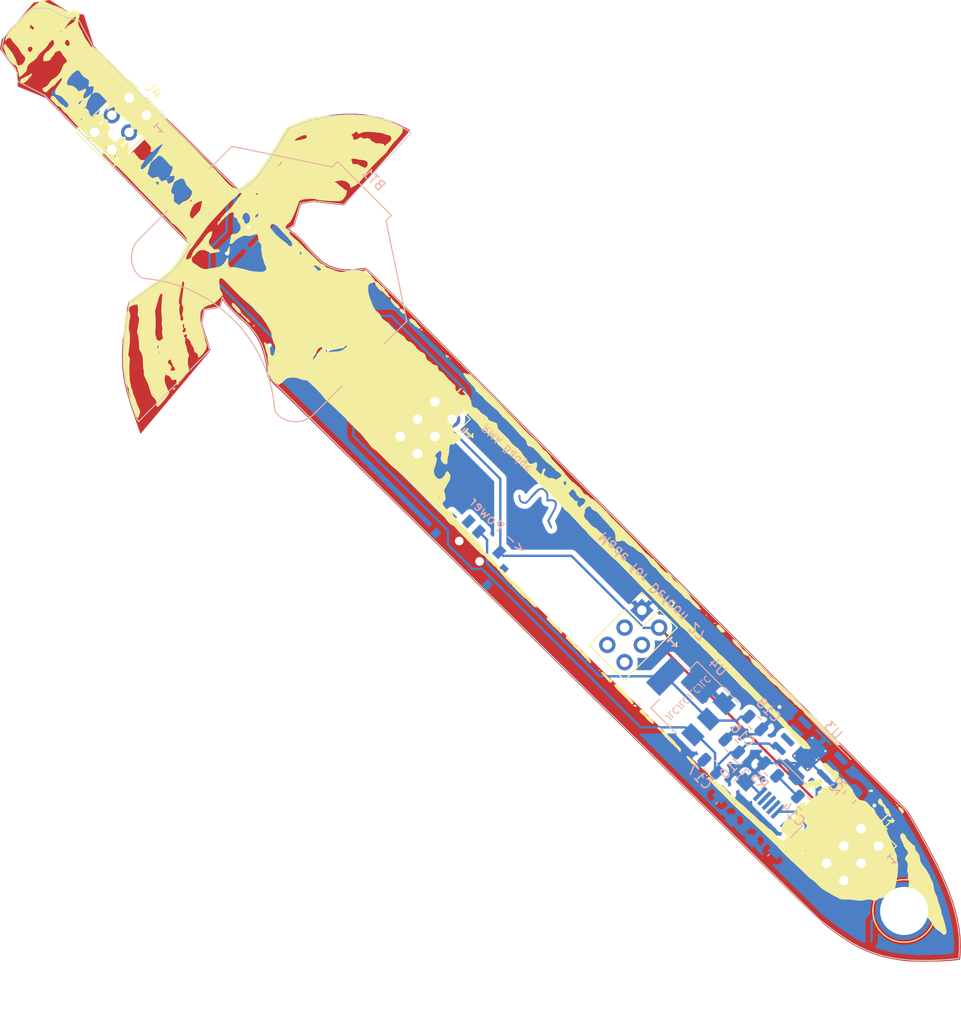
<source format=kicad_pcb>
(kicad_pcb (version 20171130) (host pcbnew 5.1.2)
  (layers (0 F.Cu signal) (31 B.Cu signal) (34 B.Paste user) (35 F.Paste user) (36 B.SilkS user) (37 F.SilkS user) (38 B.Mask user) (39 F.Mask user) (44 Edge.Cuts user))
  (net 0 "")
  (net 1 VDDA)
  (net 2 VSS)
  (net 3 "Net-(C14-Pad2)")
  (net 4 "Net-(C14-Pad1)")
  (net 5 +3V3)
  (net 6 "Net-(J1-Pad6)")
  (net 7 "Net-(J1-Pad5)")
  (net 8 "Net-(J1-Pad4)")
  (net 9 "Net-(J1-Pad3)")
  (net 10 VDD)
  (net 11 "Net-(J2-Pad3)")
  (net 12 "Net-(J2-Pad4)")
  (net 13 "Net-(J2-Pad5)")
  (net 14 "Net-(J2-Pad6)")
  (net 15 "Net-(J3-Pad3)")
  (net 16 "Net-(J3-Pad4)")
  (net 17 "Net-(J3-Pad5)")
  (net 18 "Net-(J3-Pad6)")
  (net 19 "Net-(J4-Pad6)")
  (net 20 "Net-(J4-Pad5)")
  (net 21 "Net-(J4-Pad4)")
  (net 22 "Net-(J4-Pad3)")
  (net 23 "Net-(J10-Pad4)")
  (net 24 "Net-(J10-Pad2)")
  (net 25 "Net-(J10-Pad3)")
  (net 26 "Net-(R2-Pad1)")
  (net 27 "Net-(SW1-Pad1)")
  (net 28 "Net-(U3-Pad6)")
  (net 29 "Net-(U3-Pad7)")
  (module TestPoint:TestPoint_Plated_Hole_D5.0mm (layer F.Cu) (at 176.031495 137.656555 90)
    (fp_text reference REF** hide)
    (fp_text value TestPoint_Plated_Hole_D5.0mm)
    (pad 1 thru_hole circle (at 0 0 90) (size 6 6) (drill 5) (layers *.Cu *.Mask))
  )
  (module NFCBuisness:W (layer B.Cu) (at 139.161495 94.726555 315)
    (fp_text reference Ref** hide)
    (fp_text value Val** hide)
    (fp_poly (pts (xy -1.630587 2.420899) (xy -1.447524 2.328559) (xy -1.311592 2.194757) (xy -1.304211 2.183555) (xy -1.265704 2.11344) (xy -1.244213 2.038839) (xy -1.23774 1.938094) (xy -1.244287 1.789546) (xy -1.255088 1.651) (xy -1.268682 1.442824) (xy -1.279873 1.184894) (xy -1.287394 0.912114) (xy -1.289962 0.690936) (xy -1.289221 0.458958) (xy -1.284387 0.294975) (xy -1.273305 0.182336) (xy -1.25382 0.10439) (xy -1.223775 0.044488) (xy -1.202268 0.013603) (xy -1.116398 -0.071274) (xy -1.002822 -0.111004) (xy -0.929984 -0.119227) (xy -0.68211 -0.100096) (xy -0.454281 -0.00289) (xy -0.240656 0.175182) (xy -0.185776 0.236175) (xy -0.081108 0.349759) (xy 0.009066 0.431822) (xy 0.066141 0.465547) (xy 0.068112 0.465666) (xy 0.123755 0.432548) (xy 0.197182 0.348904) (xy 0.229505 0.301607) (xy 0.376869 0.110873) (xy 0.526913 -0.003226) (xy 0.674284 -0.03902) (xy 0.813631 0.005163) (xy 0.907971 0.089777) (xy 0.988653 0.198585) (xy 1.058934 0.326542) (xy 1.126082 0.490779) (xy 1.197364 0.708426) (xy 1.255985 0.910166) (xy 1.31545 1.12099) (xy 1.377683 1.340443) (xy 1.431333 1.528529) (xy 1.442246 1.566558) (xy 1.521416 1.84195) (xy 1.949565 2.005418) (xy 2.167567 2.084028) (xy 2.315998 2.126297) (xy 2.401001 2.133773) (xy 2.422145 2.124455) (xy 2.452677 2.065526) (xy 2.41974 2.005855) (xy 2.317286 1.940366) (xy 2.13927 1.863979) (xy 2.089887 1.8454) (xy 1.930263 1.78316) (xy 1.799296 1.726134) (xy 1.71927 1.684217) (xy 1.708527 1.676067) (xy 1.680315 1.619963) (xy 1.636526 1.498254) (xy 1.582553 1.327363) (xy 1.52379 1.123712) (xy 1.507251 1.063196) (xy 1.396737 0.68139) (xy 1.290651 0.376432) (xy 1.184846 0.140938) (xy 1.075173 -0.032475) (xy 0.957485 -0.15119) (xy 0.827635 -0.222591) (xy 0.776069 -0.238398) (xy 0.602379 -0.241191) (xy 0.418574 -0.174646) (xy 0.246259 -0.047924) (xy 0.192569 0.009056) (xy 0.041511 0.185533) (xy -0.128458 0.008645) (xy -0.312966 -0.157866) (xy -0.496288 -0.260737) (xy -0.709082 -0.314778) (xy -0.823587 -0.327186) (xy -0.981029 -0.333485) (xy -1.090094 -0.317957) (xy -1.185756 -0.27362) (xy -1.227666 -0.246552) (xy -1.355913 -0.118677) (xy -1.447302 0.068507) (xy -1.502345 0.318683) (xy -1.521551 0.635539) (xy -1.505431 1.022758) (xy -1.460818 1.436924) (xy -1.432055 1.688127) (xy -1.424811 1.871541) (xy -1.442863 2.002167) (xy -1.489991 2.095003) (xy -1.569973 2.165049) (xy -1.656298 2.212878) (xy -1.801342 2.257899) (xy -1.939703 2.239415) (xy -2.087459 2.15265) (xy -2.203421 2.05035) (xy -2.298884 1.96489) (xy -2.361491 1.934189) (xy -2.413708 1.94891) (xy -2.426473 1.957639) (xy -2.473927 2.002339) (xy -2.467648 2.051331) (xy -2.429475 2.110518) (xy -2.32004 2.223928) (xy -2.167499 2.330713) (xy -2.002595 2.413218) (xy -1.856072 2.453788) (xy -1.829026 2.455333) (xy -1.630587 2.420899)) (layer B.Cu) (width 0.01))
  )
  (module LOGO (layer F.Cu) (at 132.41 94.61 90)
    (fp_text reference G*** hide)
    (fp_text value LOGO hide)
  )
  (module LOGO (layer F.Cu) (at 132.401495 94.556555 90)
    (fp_text reference G*** hide)
    (fp_text value LOGO hide)
    (fp_poly (pts (xy 35.621843 -39.580972) (xy 34.934755 -38.892936) (xy 34.738575 -38.694742) (xy 34.564222 -38.515259) (xy 34.420137 -38.363452) (xy 34.314761 -38.248287) (xy 34.256534 -38.178729) (xy 34.247666 -38.163164) (xy 34.276925 -38.127568) (xy 34.361785 -38.036657) (xy 34.497872 -37.894878) (xy 34.680812 -37.706677) (xy 34.906232 -37.476502) (xy 35.169757 -37.208799) (xy 35.467014 -36.908015) (xy 35.793627 -36.578597) (xy 36.145225 -36.224991) (xy 36.517431 -35.851643) (xy 36.774109 -35.594724) (xy 39.300552 -33.068018) (xy 38.660737 -32.398426) (xy 38.473859 -32.204557) (xy 38.239388 -31.964013) (xy 37.969971 -31.689616) (xy 37.678254 -31.394185) (xy 37.376884 -31.090541) (xy 37.078509 -30.791502) (xy 36.893499 -30.607) (xy 36.653693 -30.367722) (xy 36.364074 -30.077635) (xy 36.034162 -29.746331) (xy 35.673475 -29.383404) (xy 35.291531 -28.998445) (xy 34.89785 -28.601046) (xy 34.50195 -28.2008) (xy 34.113349 -27.807299) (xy 33.819208 -27.508964) (xy 31.87234 -25.53276) (xy 31.965295 -25.349964) (xy 32.141423 -25.046448) (xy 32.371328 -24.715114) (xy 32.638922 -24.375972) (xy 32.928117 -24.049031) (xy 33.222827 -23.754302) (xy 33.31639 -23.669425) (xy 33.525332 -23.48857) (xy 33.732394 -23.317641) (xy 33.945803 -23.151088) (xy 34.173789 -22.983358) (xy 34.424582 -22.808899) (xy 34.706411 -22.622159) (xy 35.027506 -22.417585) (xy 35.396097 -22.189626) (xy 35.820411 -21.932729) (xy 36.30868 -21.641342) (xy 36.422497 -21.573836) (xy 36.719562 -21.396563) (xy 37.016699 -21.216998) (xy 37.29912 -21.044239) (xy 37.55204 -20.887389) (xy 37.760675 -20.755546) (xy 37.904164 -20.6619) (xy 38.332833 -20.373948) (xy 38.539018 -19.852376) (xy 38.904994 -18.857214) (xy 39.201536 -17.895531) (xy 39.431079 -16.956054) (xy 39.596062 -16.02751) (xy 39.698921 -15.098626) (xy 39.739333 -14.300106) (xy 39.735966 -13.42633) (xy 39.680144 -12.601863) (xy 39.568498 -11.807028) (xy 39.397654 -11.022147) (xy 39.164244 -10.227541) (xy 38.928558 -9.567334) (xy 38.869628 -9.423479) (xy 38.787684 -9.237423) (xy 38.688792 -9.021571) (xy 38.579019 -8.788329) (xy 38.46443 -8.550101) (xy 38.351093 -8.319294) (xy 38.245074 -8.108312) (xy 38.15244 -7.929561) (xy 38.079256 -7.795446) (xy 38.031589 -7.718373) (xy 38.017675 -7.704667) (xy 37.983234 -7.732112) (xy 37.889314 -7.812123) (xy 37.739896 -7.941215) (xy 37.538957 -8.115905) (xy 37.290476 -8.332706) (xy 36.998432 -8.588135) (xy 36.666804 -8.878707) (xy 36.29957 -9.200936) (xy 35.900709 -9.551339) (xy 35.4742 -9.92643) (xy 35.024021 -10.322725) (xy 34.554151 -10.736739) (xy 34.308031 -10.953751) (xy 33.825391 -11.3794) (xy 33.357705 -11.791847) (xy 32.909219 -12.187348) (xy 32.484175 -12.562163) (xy 32.086818 -12.91255) (xy 31.72139 -13.234766) (xy 31.392137 -13.525069) (xy 31.103303 -13.779718) (xy 30.85913 -13.994971) (xy 30.663863 -14.167086) (xy 30.521745 -14.292321) (xy 30.437021 -14.366934) (xy 30.419062 -14.382724) (xy 30.214138 -14.562615) (xy 30.396479 -16.133969) (xy 30.578819 -17.705324) (xy 30.478672 -18.338731) (xy 30.440801 -18.563881) (xy 30.40332 -18.761351) (xy 30.369622 -18.91499) (xy 30.343098 -19.008647) (xy 30.334012 -19.027431) (xy 30.280044 -19.05736) (xy 30.159116 -19.104909) (xy 29.985823 -19.164949) (xy 29.774757 -19.232348) (xy 29.612166 -19.281213) (xy 29.345567 -19.359639) (xy 29.069788 -19.441281) (xy 28.811324 -19.518262) (xy 28.596673 -19.582705) (xy 28.526824 -19.603873) (xy 28.118815 -19.728043) (xy 27.936059 -20.008548) (xy 27.843918 -20.146725) (xy 27.784199 -20.223039) (xy 27.74481 -20.247644) (xy 27.713657 -20.230695) (xy 27.697011 -20.209277) (xy 27.50635 -19.943435) (xy 27.332049 -19.712147) (xy 27.162959 -19.503589) (xy 26.987935 -19.30594) (xy 26.795829 -19.107376) (xy 26.575493 -18.896076) (xy 26.315783 -18.660217) (xy 26.005549 -18.387977) (xy 25.865666 -18.266982) (xy 25.453254 -17.903981) (xy 25.103672 -17.579082) (xy 24.809274 -17.283467) (xy 24.562411 -17.008321) (xy 24.355437 -16.744825) (xy 24.180705 -16.484163) (xy 24.030567 -16.217518) (xy 23.955392 -16.064452) (xy 23.757843 -15.554676) (xy 23.626579 -15.007762) (xy 23.561243 -14.41972) (xy 23.561481 -13.78656) (xy 23.626936 -13.104293) (xy 23.667685 -12.83818) (xy 23.70456 -12.586725) (xy 23.720717 -12.399248) (xy 23.71556 -12.283633) (xy 23.710794 -12.26668) (xy 23.708215 -12.260565) (xy 23.704215 -12.253159) (xy 23.69774 -12.243409) (xy 23.687737 -12.230265) (xy 23.67315 -12.212671) (xy 23.652925 -12.189578) (xy 23.626008 -12.15993) (xy 23.591345 -12.122677) (xy 23.547881 -12.076766) (xy 23.494562 -12.021143) (xy 23.430334 -11.954758) (xy 23.354142 -11.876556) (xy 23.264932 -11.785485) (xy 23.16165 -11.680493) (xy 23.043241 -11.560528) (xy 22.908651 -11.424536) (xy 22.756826 -11.271465) (xy 22.586712 -11.100264) (xy 22.397254 -10.909878) (xy 22.187397 -10.699256) (xy 21.956088 -10.467344) (xy 21.702272 -10.213092) (xy 21.424895 -9.935445) (xy 21.122903 -9.633351) (xy 20.795241 -9.305759) (xy 20.440855 -8.951615) (xy 20.05869 -8.569866) (xy 19.647692 -8.159461) (xy 19.206808 -7.719346) (xy 18.734982 -7.248469) (xy 18.23116 -6.745778) (xy 17.694289 -6.21022) (xy 17.123313 -5.640742) (xy 16.517178 -5.036293) (xy 15.874831 -4.395818) (xy 15.195216 -3.718267) (xy 14.47728 -3.002585) (xy 13.719967 -2.247722) (xy 12.922225 -1.452623) (xy 12.082998 -0.616237) (xy 11.201232 0.262488) (xy 10.275872 1.184607) (xy 9.305866 2.15117) (xy 8.290157 3.163231) (xy 7.227692 4.221841) (xy 6.117417 5.328055) (xy 4.958277 6.482924) (xy 3.749218 7.6875) (xy 2.489186 8.942837) (xy 1.177126 10.249987) (xy -0.188017 11.610002) (xy -1.607295 13.023935) (xy -3.081765 14.492838) (xy -4.612479 16.017765) (xy -6.200493 17.599767) (xy -7.84686 19.239897) (xy -8.768783 20.158326) (xy -32.756398 44.055034) (xy -33.745449 44.627477) (xy -34.762996 45.210389) (xy -35.718205 45.744793) (xy -36.616336 46.233165) (xy -37.462646 46.677983) (xy -38.262395 47.081721) (xy -39.02084 47.446856) (xy -39.743239 47.775865) (xy -40.434852 48.071222) (xy -41.100936 48.335404) (xy -41.746751 48.570888) (xy -42.377553 48.780149) (xy -42.896754 48.936635) (xy -43.896303 49.189952) (xy -44.881883 49.371523) (xy -45.847008 49.480615) (xy -46.785194 49.516493) (xy -47.688072 49.478585) (xy -47.876772 49.461397) (xy -48.03159 49.445053) (xy -48.134756 49.431574) (xy -48.168524 49.42392) (xy -48.176968 49.379142) (xy -48.191886 49.262692) (xy -48.211857 49.087197) (xy -48.235462 48.865283) (xy -48.261283 48.609577) (xy -48.269319 48.527436) (xy -48.295182 48.207398) (xy -48.317189 47.827892) (xy -48.335225 47.402459) (xy -48.349177 46.944636) (xy -48.35893 46.467964) (xy -48.364371 45.985981) (xy -48.365386 45.512227) (xy -48.36186 45.060241) (xy -48.353679 44.643562) (xy -48.34073 44.275729) (xy -48.322898 43.970282) (xy -48.309001 43.815) (xy -48.202755 43.000995) (xy -48.062807 42.21266) (xy -47.892979 41.469053) (xy -47.710349 40.8305) (xy -47.533242 40.31041) (xy -47.33675 39.804905) (xy -47.254044 39.617779) (xy -42.030178 39.617779) (xy -42.025214 40.057716) (xy -42.009874 40.508217) (xy -41.984548 40.950968) (xy -41.949624 41.367655) (xy -41.912031 41.692534) (xy -41.880107 41.924765) (xy -41.8502 42.133057) (xy -41.824869 42.300264) (xy -41.806672 42.409235) (xy -41.80105 42.436513) (xy -41.78495 42.475461) (xy -41.749952 42.505359) (xy -41.682284 42.530175) (xy -41.568176 42.553874) (xy -41.393856 42.580425) (xy -41.219361 42.604059) (xy -40.448801 42.689789) (xy -39.702126 42.740675) (xy -38.994287 42.756212) (xy -38.340237 42.735893) (xy -38.03327 42.711667) (xy -37.185712 42.592222) (xy -36.383091 42.402287) (xy -35.620795 42.140022) (xy -34.894212 41.803591) (xy -34.198728 41.391155) (xy -33.570334 40.933418) (xy -33.547448 40.914464) (xy -33.517387 40.888237) (xy -33.479222 40.853814) (xy -33.432023 40.81027) (xy -33.374864 40.756684) (xy -33.306816 40.692129) (xy -33.226949 40.615685) (xy -33.134337 40.526426) (xy -33.02805 40.423429) (xy -32.90716 40.30577) (xy -32.770739 40.172527) (xy -32.617859 40.022775) (xy -32.447591 39.855592) (xy -32.259006 39.670052) (xy -32.051177 39.465234) (xy -31.823174 39.240213) (xy -31.574071 38.994065) (xy -31.302937 38.725868) (xy -31.008846 38.434697) (xy -30.690868 38.119629) (xy -30.348075 37.779741) (xy -29.979539 37.414108) (xy -29.584332 37.021808) (xy -29.161524 36.601917) (xy -28.710189 36.153511) (xy -28.229396 35.675667) (xy -27.718219 35.167461) (xy -27.175728 34.627969) (xy -26.600996 34.056269) (xy -25.993093 33.451435) (xy -25.351092 32.812546) (xy -24.674064 32.138677) (xy -23.961081 31.428905) (xy -23.211215 30.682306) (xy -22.423536 29.897957) (xy -21.597118 29.074934) (xy -20.73103 28.212313) (xy -19.824346 27.309172) (xy -18.876136 26.364585) (xy -17.885472 25.377631) (xy -16.851427 24.347385) (xy -15.773071 23.272924) (xy -14.649476 22.153324) (xy -13.479714 20.987661) (xy -12.262856 19.775013) (xy -10.997975 18.514455) (xy -9.684141 17.205064) (xy -8.320427 15.845916) (xy -6.905903 14.436088) (xy -5.439642 12.974657) (xy -3.920716 11.460698) (xy -2.348195 9.893289) (xy -0.721152 8.271505) (xy 0.961342 6.594423) (xy 2.700215 4.861119) (xy 4.496396 3.070671) (xy 6.350812 1.222154) (xy 7.979833 -0.401698) (xy 19.409833 -11.795462) (xy 19.7485 -11.930502) (xy 20.267334 -12.094853) (xy 20.792881 -12.176238) (xy 21.327218 -12.174601) (xy 21.872419 -12.089885) (xy 22.430559 -11.922036) (xy 22.605385 -11.853587) (xy 22.920203 -11.723767) (xy 23.212668 -12.016232) (xy 23.505133 -12.308698) (xy 23.249141 -12.832432) (xy 22.956133 -13.497656) (xy 22.741619 -14.135365) (xy 22.605189 -14.748742) (xy 22.54643 -15.340969) (xy 22.564932 -15.915231) (xy 22.660284 -16.474708) (xy 22.741099 -16.764) (xy 22.838976 -17.02374) (xy 22.975869 -17.321134) (xy 23.137208 -17.628286) (xy 23.308422 -17.917299) (xy 23.45965 -18.139834) (xy 23.661843 -18.389124) (xy 23.926626 -18.677479) (xy 24.24596 -18.997277) (xy 24.611805 -19.340894) (xy 25.01612 -19.700709) (xy 25.450867 -20.069097) (xy 25.759833 -20.320656) (xy 26.233024 -20.705221) (xy 26.63798 -21.046353) (xy 26.977524 -21.346657) (xy 27.25448 -21.608735) (xy 27.47167 -21.83519) (xy 27.631917 -22.028625) (xy 27.670591 -22.082463) (xy 27.829732 -22.313529) (xy 27.450949 -22.68799) (xy 27.35517 -22.78194) (xy 27.204623 -22.928644) (xy 27.005501 -23.122105) (xy 26.763999 -23.356322) (xy 26.486311 -23.625299) (xy 26.178632 -23.923035) (xy 25.847155 -24.243533) (xy 25.498076 -24.580794) (xy 25.137588 -24.928818) (xy 24.983354 -25.077641) (xy 22.894541 -27.09283) (xy 22.642363 -26.894708) (xy 22.379585 -26.667834) (xy 22.080669 -26.372828) (xy 21.750822 -26.015442) (xy 21.395253 -25.601429) (xy 21.01917 -25.136541) (xy 20.828357 -24.891106) (xy 20.54613 -24.525171) (xy 20.305981 -24.217898) (xy 20.099891 -23.959697) (xy 19.919836 -23.740978) (xy 19.757796 -23.55215) (xy 19.60575 -23.383624) (xy 19.455674 -23.225809) (xy 19.327297 -23.096517) (xy 18.857848 -22.681017) (xy 18.35283 -22.326158) (xy 17.825143 -22.039959) (xy 17.293166 -21.832157) (xy 16.726338 -21.695744) (xy 16.113647 -21.628086) (xy 15.458314 -21.628955) (xy 14.763562 -21.698121) (xy 14.032613 -21.835353) (xy 13.268688 -22.040423) (xy 12.954 -22.141597) (xy 12.467166 -22.305303) (xy 12.007798 -21.847881) (xy 11.548429 -21.39046) (xy 11.694913 -21.183313) (xy 11.950886 -20.780159) (xy 12.15208 -20.375965) (xy 12.29537 -19.980922) (xy 12.377633 -19.60522) (xy 12.395744 -19.259051) (xy 12.361552 -19.008581) (xy 12.358041 -18.995275) (xy 12.353031 -18.980822) (xy 12.345352 -18.964022) (xy 12.333838 -18.943677) (xy 12.317321 -18.918587) (xy 12.294632 -18.887554) (xy 12.264605 -18.849378) (xy 12.22607 -18.802861) (xy 12.17786 -18.746804) (xy 12.118808 -18.680007) (xy 12.047745 -18.601273) (xy 11.963504 -18.509401) (xy 11.864916 -18.403193) (xy 11.750814 -18.281449) (xy 11.620031 -18.142972) (xy 11.471397 -17.986561) (xy 11.303745 -17.811019) (xy 11.115908 -17.615145) (xy 10.906717 -17.397741) (xy 10.675005 -17.157609) (xy 10.419603 -16.893548) (xy 10.139345 -16.604361) (xy 9.833061 -16.288847) (xy 9.499585 -15.945809) (xy 9.137748 -15.574047) (xy 8.746382 -15.172362) (xy 8.32432 -14.739555) (xy 7.870394 -14.274428) (xy 7.383435 -13.775781) (xy 6.862277 -13.242415) (xy 6.30575 -12.673131) (xy 5.712688 -12.066731) (xy 5.081922 -11.422016) (xy 4.412284 -10.737785) (xy 3.702608 -10.012842) (xy 2.951724 -9.245985) (xy 2.158464 -8.436017) (xy 1.321662 -7.581739) (xy 0.440149 -6.681952) (xy -0.487242 -5.735456) (xy -1.46168 -4.741052) (xy -2.484333 -3.697543) (xy -3.556368 -2.603728) (xy -4.678953 -1.458409) (xy -5.853256 -0.260386) (xy -7.080445 0.991539) (xy -8.361687 2.298564) (xy -9.698152 3.66189) (xy -11.091006 5.082715) (xy -12.541417 6.562239) (xy -13.2409 7.275759) (xy -14.472847 8.532436) (xy -15.691279 9.775343) (xy -16.89481 11.003068) (xy -18.082056 12.214196) (xy -19.251632 13.407316) (xy -20.402154 14.581015) (xy -21.532236 15.733879) (xy -22.640495 16.864496) (xy -23.725545 17.971454) (xy -24.786002 19.053338) (xy -25.820481 20.108736) (xy -26.827597 21.136236) (xy -27.805966 22.134424) (xy -28.754203 23.101887) (xy -29.670924 24.037214) (xy -30.554743 24.93899) (xy -31.404276 25.805803) (xy -32.218138 26.636241) (xy -32.994945 27.428889) (xy -33.733312 28.182336) (xy -34.431854 28.895168) (xy -35.089186 29.565973) (xy -35.703924 30.193338) (xy -36.274684 30.775849) (xy -36.80008 31.312095) (xy -37.278727 31.800662) (xy -37.709242 32.240137) (xy -38.090239 32.629107) (xy -38.420334 32.96616) (xy -38.698142 33.249882) (xy -38.922278 33.478862) (xy -39.091357 33.651685) (xy -39.203996 33.766939) (xy -39.258809 33.823211) (xy -39.259893 33.824333) (xy -39.569502 34.154359) (xy -39.896052 34.518884) (xy -40.220835 34.896086) (xy -40.52514 35.26414) (xy -40.790259 35.601226) (xy -40.841744 35.66943) (xy -41.174769 36.154947) (xy -41.444321 36.64184) (xy -41.65727 37.147478) (xy -41.820485 37.68923) (xy -41.940837 38.284465) (xy -41.978924 38.5445) (xy -42.007422 38.842857) (xy -42.024377 39.206722) (xy -42.030178 39.617779) (xy -47.254044 39.617779) (xy -47.116088 39.305649) (xy -46.866469 38.804309) (xy -46.583108 38.29255) (xy -46.261218 37.762038) (xy -45.896015 37.20444) (xy -45.482711 36.61142) (xy -45.016521 35.974645) (xy -44.625166 35.457953) (xy -44.594288 35.418277) (xy -44.559658 35.375108) (xy -44.520135 35.327283) (xy -44.474578 35.273636) (xy -44.421847 35.213005) (xy -44.3608 35.144224) (xy -44.290297 35.06613) (xy -44.209196 34.97756) (xy -44.116357 34.877348) (xy -44.010639 34.764331) (xy -43.8909 34.637345) (xy -43.756 34.495225) (xy -43.604798 34.336809) (xy -43.436153 34.160931) (xy -43.248924 33.966428) (xy -43.04197 33.752135) (xy -42.81415 33.516889) (xy -42.564324 33.259526) (xy -42.291349 32.978881) (xy -41.994086 32.673791) (xy -41.671394 32.343091) (xy -41.322131 31.985617) (xy -40.945156 31.600206) (xy -40.539329 31.185694) (xy -40.103509 30.740915) (xy -39.636554 30.264708) (xy -39.137324 29.755906) (xy -38.604679 29.213346) (xy -38.037475 28.635865) (xy -37.434574 28.022298) (xy -36.794834 27.371481) (xy -36.117115 26.68225) (xy -35.400274 25.953441) (xy -34.643171 25.183891) (xy -33.844666 24.372434) (xy -33.003618 23.517907) (xy -32.118884 22.619146) (xy -31.189325 21.674987) (xy -30.2138 20.684266) (xy -29.191168 19.645819) (xy -28.120287 18.558482) (xy -27.000016 17.42109) (xy -25.829216 16.23248) (xy -24.606745 14.991488) (xy -23.331461 13.696949) (xy -22.002225 12.3477) (xy -20.617895 10.942577) (xy -19.177329 9.480415) (xy -17.679388 7.96005) (xy -16.434588 6.696635) (xy -15.15353 5.396353) (xy -13.886984 4.110654) (xy -12.636256 2.840864) (xy -11.402647 1.588311) (xy -10.187463 0.354321) (xy -8.992007 -0.859779) (xy -7.817583 -2.052663) (xy -6.665496 -3.223003) (xy -5.537048 -4.369474) (xy -4.433544 -5.490748) (xy -3.356288 -6.5855) (xy -2.306584 -7.652401) (xy -1.285735 -8.690125) (xy -0.295046 -9.697347) (xy 0.66418 -10.672738) (xy 1.590638 -11.614973) (xy 2.483025 -12.522725) (xy 3.340037 -13.394666) (xy 4.16037 -14.229471) (xy 4.94272 -15.025812) (xy 5.685783 -15.782364) (xy 6.388256 -16.497799) (xy 7.048833 -17.17079) (xy 7.666212 -17.800011) (xy 8.239089 -18.384135) (xy 8.766159 -18.921836) (xy 9.246119 -19.411787) (xy 9.677665 -19.852661) (xy 10.059492 -20.243131) (xy 10.390297 -20.581871) (xy 10.668777 -20.867554) (xy 10.893627 -21.098854) (xy 11.063543 -21.274443) (xy 11.177221 -21.392995) (xy 11.233357 -21.453184) (xy 11.2395 -21.460893) (xy 11.269842 -21.510307) (xy 11.354099 -21.604783) (xy 11.482117 -21.734036) (xy 11.643742 -21.887778) (xy 11.811 -22.039876) (xy 12.3825 -22.549102) (xy 12.928007 -22.601276) (xy 13.75206 -22.706837) (xy 14.511169 -22.860873) (xy 15.211403 -23.065753) (xy 15.858831 -23.323848) (xy 16.459521 -23.637525) (xy 17.019543 -24.009157) (xy 17.471555 -24.375412) (xy 17.575045 -24.472992) (xy 17.72411 -24.622115) (xy 17.907748 -24.811337) (xy 18.114957 -25.029215) (xy 18.334734 -25.264305) (xy 18.525084 -25.47117) (xy 18.963513 -25.939231) (xy 19.362363 -26.339782) (xy 19.720336 -26.671609) (xy 20.036135 -26.933494) (xy 20.243736 -27.082753) (xy 20.341189 -27.157265) (xy 20.369187 -27.204199) (xy 20.356732 -27.215189) (xy 20.29067 -27.234841) (xy 20.166456 -27.269914) (xy 20.00768 -27.313774) (xy 19.960166 -27.326746) (xy 19.6215 -27.41896) (xy 19.325166 -29.061834) (xy 18.628621 -29.200155) (xy 17.932077 -29.338477) (xy 16.561491 -28.890838) (xy 16.236776 -28.785476) (xy 15.9375 -28.689694) (xy 15.673194 -28.606442) (xy 15.453388 -28.538664) (xy 15.287613 -28.48931) (xy 15.185398 -28.461327) (xy 15.15604 -28.456183) (xy 15.119524 -28.484639) (xy 15.022865 -28.563772) (xy 14.870672 -28.68971) (xy 14.667556 -28.85858) (xy 14.418126 -29.066512) (xy 14.126991 -29.309634) (xy 13.798762 -29.584074) (xy 13.438049 -29.88596) (xy 13.04946 -30.211421) (xy 12.637606 -30.556586) (xy 12.207097 -30.917581) (xy 11.762543 -31.290537) (xy 11.308552 -31.671581) (xy 10.849736 -32.056841) (xy 10.390703 -32.442446) (xy 9.936063 -32.824524) (xy 9.490427 -33.199204) (xy 9.058404 -33.562613) (xy 8.644603 -33.910881) (xy 8.253635 -34.240135) (xy 7.890109 -34.546504) (xy 7.558635 -34.826117) (xy 7.263823 -35.075101) (xy 7.010283 -35.289584) (xy 6.802624 -35.465697) (xy 6.645456 -35.599565) (xy 6.543389 -35.687319) (xy 6.501032 -35.725086) (xy 6.500168 -35.726095) (xy 6.53408 -35.746543) (xy 6.640059 -35.78983) (xy 6.809502 -35.853094) (xy 7.033805 -35.933469) (xy 7.304366 -36.028093) (xy 7.61258 -36.134102) (xy 7.949844 -36.248631) (xy 8.307555 -36.368818) (xy 8.677108 -36.491799) (xy 9.049902 -36.614709) (xy 9.417331 -36.734685) (xy 9.770794 -36.848864) (xy 10.101685 -36.954381) (xy 10.401403 -37.048374) (xy 10.661343 -37.127977) (xy 10.872901 -37.190329) (xy 11.021442 -37.231027) (xy 11.712255 -37.389293) (xy 12.410638 -37.511239) (xy 13.12408 -37.596783) (xy 13.860067 -37.645843) (xy 14.626086 -37.658335) (xy 15.429624 -37.634178) (xy 16.278169 -37.573289) (xy 17.179207 -37.475586) (xy 18.140226 -37.340985) (xy 19.168712 -37.169405) (xy 19.335034 -37.139424) (xy 20.191568 -36.983581) (xy 20.524456 -36.536374) (xy 20.637914 -36.381036) (xy 20.788874 -36.170008) (xy 20.967251 -35.917627) (xy 21.162961 -35.638229) (xy 21.365918 -35.346153) (xy 21.566038 -35.055735) (xy 21.568599 -35.052) (xy 21.851859 -34.640965) (xy 22.097001 -34.290212) (xy 22.312046 -33.989034) (xy 22.505017 -33.726724) (xy 22.683933 -33.492573) (xy 22.856816 -33.275875) (xy 23.031687 -33.065921) (xy 23.216568 -32.852005) (xy 23.217013 -32.851497) (xy 23.721979 -32.326704) (xy 24.276529 -31.842782) (xy 24.864952 -31.4116) (xy 25.471536 -31.045029) (xy 25.873359 -30.844635) (xy 26.186185 -30.702075) (xy 30.816578 -35.22896) (xy 35.446971 -39.755844) (xy 35.621843 -39.580972)) (layer F.Cu) (width 0.01))
    (fp_poly (pts (xy 46.930022 -50.24398) (xy 47.131942 -50.206138) (xy 47.306599 -50.16778) (xy 47.435057 -50.133439) (xy 47.497823 -50.108087) (xy 47.540652 -50.072056) (xy 47.641574 -49.985616) (xy 47.794722 -49.853832) (xy 47.994229 -49.68177) (xy 48.234229 -49.474498) (xy 48.508854 -49.237081) (xy 48.812238 -48.974585) (xy 49.138514 -48.692077) (xy 49.42399 -48.444741) (xy 51.286833 -46.830316) (xy 51.420134 -45.996777) (xy 51.553435 -45.163239) (xy 50.884218 -44.113251) (xy 50.215 -43.063263) (xy 50.147133 -42.476048) (xy 50.120619 -42.250407) (xy 50.095638 -42.044604) (xy 50.074662 -41.87853) (xy 50.06016 -41.772075) (xy 50.05798 -41.757997) (xy 50.036694 -41.62716) (xy 46.817644 -40.618834) (xy 43.394702 -37.186544) (xy 38.1635 -42.419862) (xy 38.5445 -42.790469) (xy 38.661464 -42.904385) (xy 38.829657 -43.068394) (xy 39.039763 -43.273403) (xy 39.282468 -43.510319) (xy 39.548456 -43.770049) (xy 39.828413 -44.0435) (xy 40.113023 -44.32158) (xy 40.148145 -44.355902) (xy 41.370791 -45.550727) (xy 41.971356 -47.02178) (xy 42.571922 -48.492834) (xy 43.986211 -48.492834) (xy 46.425545 -50.330954) (xy 46.930022 -50.24398)) (layer F.Cu) (width 0.01))
    (fp_poly (pts (xy 13.8636 -20.605239) (xy 13.872838 -20.586538) (xy 13.906324 -20.549138) (xy 13.996345 -20.459339) (xy 14.13741 -20.322368) (xy 14.324024 -20.143453) (xy 14.550695 -19.927822) (xy 14.81193 -19.680701) (xy 15.102234 -19.407319) (xy 15.416116 -19.112903) (xy 15.711051 -18.837229) (xy 16.040332 -18.528861) (xy 16.349877 -18.23686) (xy 16.634315 -17.966431) (xy 16.888281 -17.722781) (xy 17.106405 -17.511114) (xy 17.283321 -17.336637) (xy 17.413661 -17.204554) (xy 17.492057 -17.120071) (xy 17.513761 -17.089025) (xy 17.531709 -17.030895) (xy 17.589106 -16.975667) (xy 17.63877 -16.934158) (xy 17.741609 -16.842389) (xy 17.890938 -16.706606) (xy 18.080073 -16.533056) (xy 18.302331 -16.327983) (xy 18.551028 -16.097636) (xy 18.81948 -15.848258) (xy 19.101003 -15.586098) (xy 19.388914 -15.3174) (xy 19.676527 -15.048411) (xy 19.95716 -14.785377) (xy 20.224129 -14.534545) (xy 20.47075 -14.302159) (xy 20.690338 -14.094467) (xy 20.876211 -13.917714) (xy 21.021684 -13.778147) (xy 21.120073 -13.682011) (xy 21.164695 -13.635554) (xy 21.166666 -13.632417) (xy 21.131493 -13.609506) (xy 21.092583 -13.604133) (xy 21.040484 -13.591526) (xy 20.916499 -13.556603) (xy 20.729614 -13.502105) (xy 20.488818 -13.430775) (xy 20.203097 -13.345352) (xy 19.881439 -13.248581) (xy 19.53283 -13.143201) (xy 19.166259 -13.031955) (xy 18.790711 -12.917585) (xy 18.415176 -12.802831) (xy 18.048639 -12.690437) (xy 17.700087 -12.583143) (xy 17.378509 -12.483692) (xy 17.092892 -12.394824) (xy 16.852222 -12.319282) (xy 16.665487 -12.259808) (xy 16.541674 -12.219142) (xy 16.48977 -12.200027) (xy 16.489577 -12.199914) (xy 16.411379 -12.172875) (xy 16.383744 -12.168591) (xy 16.326596 -12.154787) (xy 16.200621 -12.119382) (xy 16.017834 -12.065918) (xy 15.790255 -11.99794) (xy 15.529902 -11.918991) (xy 15.345833 -11.862559) (xy 15.037944 -11.767963) (xy 14.671672 -11.655756) (xy 14.26967 -11.532856) (xy 13.854589 -11.406182) (xy 13.449081 -11.282655) (xy 13.102166 -11.177198) (xy 12.78393 -11.080483) (xy 12.487399 -10.990181) (xy 12.223481 -10.909627) (xy 12.003084 -10.842158) (xy 11.837115 -10.791109) (xy 11.736481 -10.759816) (xy 11.71575 -10.753179) (xy 11.633249 -10.728357) (xy 11.600152 -10.723119) (xy 11.609575 -10.764708) (xy 11.627664 -10.843425) (xy 11.726111 -10.843425) (xy 11.72657 -10.837334) (xy 11.771256 -10.849348) (xy 11.889458 -10.883896) (xy 12.073728 -10.938733) (xy 12.316623 -11.011617) (xy 12.610696 -11.100303) (xy 12.948502 -11.202549) (xy 13.322595 -11.316111) (xy 13.72553 -11.438745) (xy 13.973714 -11.514428) (xy 14.392071 -11.642259) (xy 14.787403 -11.763367) (xy 15.152047 -11.875386) (xy 15.478343 -11.975947) (xy 15.75863 -12.062681) (xy 15.985247 -12.13322) (xy 16.150532 -12.185195) (xy 16.246825 -12.216239) (xy 16.267867 -12.223645) (xy 16.274025 -12.24031) (xy 16.254311 -12.277767) (xy 16.226441 -12.312748) (xy 16.385362 -12.312748) (xy 16.392674 -12.299435) (xy 16.417602 -12.294491) (xy 16.466078 -12.299409) (xy 16.544034 -12.315681) (xy 16.6574 -12.3448) (xy 16.812108 -12.388259) (xy 17.01409 -12.44755) (xy 17.269277 -12.524167) (xy 17.583601 -12.619603) (xy 17.962993 -12.73535) (xy 18.413385 -12.8729) (xy 18.774833 -12.983188) (xy 19.186373 -13.1089) (xy 19.573943 -13.227727) (xy 19.929898 -13.337297) (xy 20.246594 -13.435233) (xy 20.516387 -13.519164) (xy 20.731631 -13.586714) (xy 20.884682 -13.635511) (xy 20.967896 -13.663179) (xy 20.980638 -13.668169) (xy 20.957679 -13.699858) (xy 20.879216 -13.782745) (xy 20.751907 -13.910548) (xy 20.582413 -14.076985) (xy 20.377394 -14.275774) (xy 20.14351 -14.500633) (xy 19.887421 -14.74528) (xy 19.615786 -15.003433) (xy 19.335266 -15.268809) (xy 19.05252 -15.535128) (xy 18.774209 -15.796106) (xy 18.506993 -16.045461) (xy 18.25753 -16.276913) (xy 18.032482 -16.484178) (xy 17.838508 -16.660974) (xy 17.682269 -16.80102) (xy 17.570423 -16.898034) (xy 17.509632 -16.945733) (xy 17.501819 -16.949595) (xy 17.486019 -16.910515) (xy 17.453309 -16.796385) (xy 17.405545 -16.614713) (xy 17.344582 -16.37301) (xy 17.272275 -16.078786) (xy 17.19048 -15.739551) (xy 17.101052 -15.362814) (xy 17.005847 -14.956086) (xy 16.953928 -14.732) (xy 16.855917 -14.307721) (xy 16.762903 -13.905516) (xy 16.676761 -13.533468) (xy 16.599369 -13.199659) (xy 16.532601 -12.912172) (xy 16.478334 -12.679088) (xy 16.438445 -12.508491) (xy 16.414809 -12.408462) (xy 16.409809 -12.38797) (xy 16.399861 -12.358508) (xy 16.389735 -12.332937) (xy 16.385362 -12.312748) (xy 16.226441 -12.312748) (xy 16.204778 -12.339937) (xy 16.121478 -12.430744) (xy 16.000465 -12.554109) (xy 15.83779 -12.713954) (xy 15.629506 -12.914203) (xy 15.371667 -13.158776) (xy 15.060324 -13.451596) (xy 14.69153 -13.796587) (xy 14.581389 -13.899378) (xy 14.257144 -14.201119) (xy 13.95143 -14.484176) (xy 13.669809 -14.743494) (xy 13.417848 -14.974017) (xy 13.201109 -15.170692) (xy 13.025159 -15.328463) (xy 12.89556 -15.442275) (xy 12.817879 -15.507074) (xy 12.796963 -15.520408) (xy 12.781898 -15.4747) (xy 12.750723 -15.356186) (xy 12.705479 -15.173795) (xy 12.648207 -14.936455) (xy 12.580947 -14.653092) (xy 12.505739 -14.332634) (xy 12.424624 -13.98401) (xy 12.339644 -13.616146) (xy 12.252837 -13.237971) (xy 12.166245 -12.858412) (xy 12.081909 -12.486396) (xy 12.001868 -12.130851) (xy 11.928164 -11.800705) (xy 11.862837 -11.504886) (xy 11.807928 -11.252321) (xy 11.765477 -11.051937) (xy 11.737524 -10.912663) (xy 11.726111 -10.843425) (xy 11.627664 -10.843425) (xy 11.636428 -10.881561) (xy 11.679044 -11.066458) (xy 11.735755 -11.31218) (xy 11.804894 -11.611505) (xy 11.884793 -11.957213) (xy 11.973783 -12.342085) (xy 12.070198 -12.7589) (xy 12.164323 -13.165667) (xy 12.265617 -13.605868) (xy 12.360051 -14.021171) (xy 12.446049 -14.404313) (xy 12.522035 -14.748031) (xy 12.586432 -15.045062) (xy 12.637665 -15.288142) (xy 12.674158 -15.47001) (xy 12.694334 -15.5834) (xy 12.697126 -15.621) (xy 12.701712 -15.664053) (xy 12.70176 -15.66431) (xy 12.856899 -15.66431) (xy 12.88072 -15.630747) (xy 12.961278 -15.544915) (xy 13.093167 -15.41205) (xy 13.270984 -15.23739) (xy 13.489324 -15.026171) (xy 13.742782 -14.783631) (xy 14.025954 -14.515007) (xy 14.333436 -14.225536) (xy 14.571399 -14.002895) (xy 14.966091 -13.635384) (xy 15.303158 -13.323405) (xy 15.586084 -13.063889) (xy 15.818356 -12.853768) (xy 16.003455 -12.689974) (xy 16.144869 -12.569436) (xy 16.24608 -12.489087) (xy 16.310573 -12.445858) (xy 16.341834 -12.436679) (xy 16.345425 -12.440529) (xy 16.359581 -12.493787) (xy 16.390841 -12.62179) (xy 16.437377 -12.816757) (xy 16.497366 -13.07091) (xy 16.56898 -13.37647) (xy 16.650394 -13.725657) (xy 16.739783 -14.110692) (xy 16.83532 -14.523795) (xy 16.89095 -14.76503) (xy 16.988051 -15.188457) (xy 17.078524 -15.586712) (xy 17.16071 -15.952242) (xy 17.232952 -16.277494) (xy 17.293594 -16.554916) (xy 17.340979 -16.776954) (xy 17.373448 -16.936056) (xy 17.389345 -17.02467) (xy 17.390299 -17.040813) (xy 17.347513 -17.032547) (xy 17.232754 -17.001877) (xy 17.054906 -16.951499) (xy 16.822856 -16.884112) (xy 16.54549 -16.802414) (xy 16.231692 -16.709103) (xy 15.89035 -16.606877) (xy 15.530348 -16.498434) (xy 15.160572 -16.386472) (xy 14.789908 -16.273689) (xy 14.427242 -16.162783) (xy 14.081459 -16.056451) (xy 13.761446 -15.957393) (xy 13.476087 -15.868307) (xy 13.234269 -15.791889) (xy 13.044878 -15.730838) (xy 12.916798 -15.687853) (xy 12.858917 -15.66563) (xy 12.856899 -15.66431) (xy 12.70176 -15.66431) (xy 12.723634 -15.780839) (xy 12.726318 -15.793933) (xy 12.784666 -15.793933) (xy 12.803033 -15.749851) (xy 12.810194 -15.748) (xy 12.854325 -15.760032) (xy 12.971991 -15.794633) (xy 13.155779 -15.849563) (xy 13.398273 -15.92258) (xy 13.692059 -16.011443) (xy 14.029723 -16.113912) (xy 14.403851 -16.227745) (xy 14.807028 -16.350701) (xy 15.064444 -16.429344) (xy 15.482861 -16.557491) (xy 15.87756 -16.678823) (xy 16.240999 -16.790991) (xy 16.565641 -16.891648) (xy 16.843945 -16.978444) (xy 17.06837 -17.049032) (xy 17.231377 -17.101062) (xy 17.325427 -17.132188) (xy 17.345589 -17.139834) (xy 17.327161 -17.174954) (xy 17.247513 -17.264998) (xy 17.108379 -17.40827) (xy 16.911489 -17.603078) (xy 16.658576 -17.847726) (xy 16.351372 -18.140519) (xy 15.991609 -18.479763) (xy 15.633401 -18.814925) (xy 15.257868 -19.164962) (xy 14.939295 -19.461148) (xy 14.672912 -19.707581) (xy 14.453948 -19.908356) (xy 14.277633 -20.067569) (xy 14.139197 -20.189317) (xy 14.033869 -20.277697) (xy 13.956878 -20.336803) (xy 13.903455 -20.370733) (xy 13.868829 -20.383584) (xy 13.848229 -20.37945) (xy 13.836885 -20.362428) (xy 13.835579 -20.358685) (xy 13.819063 -20.296135) (xy 13.786303 -20.161925) (xy 13.739422 -19.965279) (xy 13.680543 -19.715419) (xy 13.61179 -19.421569) (xy 13.535285 -19.092949) (xy 13.453152 -18.738784) (xy 13.367514 -18.368296) (xy 13.280494 -17.990707) (xy 13.194216 -17.61524) (xy 13.110803 -17.251117) (xy 13.032378 -16.907562) (xy 12.961064 -16.593797) (xy 12.898986 -16.319045) (xy 12.848265 -16.092527) (xy 12.811025 -15.923467) (xy 12.78939 -15.821088) (xy 12.784666 -15.793933) (xy 12.726318 -15.793933) (xy 12.760914 -15.962658) (xy 12.811575 -16.20081) (xy 12.87364 -16.486594) (xy 12.945132 -16.81131) (xy 13.024074 -17.166257) (xy 13.108489 -17.542734) (xy 13.1964 -17.93204) (xy 13.28583 -18.325476) (xy 13.374801 -18.71434) (xy 13.461336 -19.089931) (xy 13.543459 -19.44355) (xy 13.619192 -19.766495) (xy 13.686558 -20.050066) (xy 13.74358 -20.285562) (xy 13.788281 -20.464283) (xy 13.818684 -20.577527) (xy 13.832248 -20.616334) (xy 13.8636 -20.605239)) (layer F.Cu) (width 0.01))
    (fp_poly (pts (xy 12.882905 -15.338176) (xy 12.9698 -15.268909) (xy 13.09647 -15.159804) (xy 13.2521 -15.020089) (xy 13.36281 -14.918027) (xy 13.859207 -14.45576) (xy 14.296658 -14.048122) (xy 14.678294 -13.69217) (xy 15.007248 -13.384959) (xy 15.286651 -13.123544) (xy 15.519634 -12.904981) (xy 15.70933 -12.726327) (xy 15.85887 -12.584636) (xy 15.971386 -12.476965) (xy 16.05001 -12.400368) (xy 16.097874 -12.351903) (xy 16.118109 -12.328623) (xy 16.119138 -12.326667) (xy 16.083289 -12.305603) (xy 15.975509 -12.262713) (xy 15.804849 -12.200888) (xy 15.580354 -12.12302) (xy 15.311075 -12.032003) (xy 15.006058 -11.930728) (xy 14.674353 -11.822089) (xy 14.325006 -11.708977) (xy 13.967066 -11.594285) (xy 13.609581 -11.480906) (xy 13.2616 -11.371731) (xy 12.93217 -11.269655) (xy 12.630339 -11.177568) (xy 12.365155 -11.098364) (xy 12.145668 -11.034934) (xy 11.980924 -10.990173) (xy 11.879971 -10.966971) (xy 11.857564 -10.964334) (xy 11.823635 -10.996272) (xy 11.828135 -11.038417) (xy 11.841864 -11.093085) (xy 11.872694 -11.222179) (xy 11.918737 -11.417617) (xy 11.978107 -11.671314) (xy 12.048918 -11.975188) (xy 12.129285 -12.321155) (xy 12.21732 -12.70113) (xy 12.311138 -13.107031) (xy 12.338368 -13.22502) (xy 12.433187 -13.634678) (xy 12.522718 -14.018949) (xy 12.605096 -14.370009) (xy 12.678459 -14.680035) (xy 12.740941 -14.941204) (xy 12.790681 -15.145693) (xy 12.825814 -15.285678) (xy 12.844476 -15.353337) (xy 12.846601 -15.35838) (xy 12.882905 -15.338176)) (layer F.Cu) (width 0.01))
    (fp_poly (pts (xy 17.584239 -16.735139) (xy 17.67529 -16.659503) (xy 17.816932 -16.535987) (xy 18.003607 -16.369642) (xy 18.229761 -16.165516) (xy 18.489837 -15.928658) (xy 18.778279 -15.664116) (xy 19.08953 -15.376939) (xy 19.418035 -15.072177) (xy 19.758237 -14.754876) (xy 19.910041 -14.612742) (xy 20.140603 -14.394484) (xy 20.347861 -14.19419) (xy 20.524539 -14.01922) (xy 20.663364 -13.876935) (xy 20.757062 -13.774696) (xy 20.798357 -13.719864) (xy 20.799041 -13.713191) (xy 20.749909 -13.691711) (xy 20.629303 -13.649144) (xy 20.446923 -13.588476) (xy 20.212467 -13.51269) (xy 19.935636 -13.424769) (xy 19.626129 -13.327699) (xy 19.293644 -13.224462) (xy 18.947881 -13.118044) (xy 18.59854 -13.011428) (xy 18.25532 -12.907599) (xy 17.92792 -12.80954) (xy 17.626039 -12.720236) (xy 17.359378 -12.64267) (xy 17.137634 -12.579827) (xy 16.970508 -12.534691) (xy 16.958311 -12.531556) (xy 16.772978 -12.484965) (xy 16.654594 -12.458367) (xy 16.588281 -12.450007) (xy 16.559162 -12.45813) (xy 16.552359 -12.480982) (xy 16.552333 -12.483674) (xy 16.561762 -12.556481) (xy 16.588555 -12.699661) (xy 16.63047 -12.903605) (xy 16.685267 -13.158706) (xy 16.750705 -13.455356) (xy 16.824541 -13.783945) (xy 16.904535 -14.134865) (xy 16.988445 -14.498509) (xy 17.07403 -14.865268) (xy 17.15905 -15.225534) (xy 17.241262 -15.569698) (xy 17.318425 -15.888152) (xy 17.388299 -16.171289) (xy 17.448642 -16.409498) (xy 17.497212 -16.593174) (xy 17.531769 -16.712706) (xy 17.549334 -16.757849) (xy 17.584239 -16.735139)) (layer F.Cu) (width 0.01))
    (fp_poly (pts (xy 13.94576 -20.215448) (xy 13.974147 -20.199365) (xy 14.020748 -20.164924) (xy 14.089425 -20.108628) (xy 14.184044 -20.026979) (xy 14.308467 -19.916478) (xy 14.466561 -19.773627) (xy 14.662188 -19.594928) (xy 14.899212 -19.376883) (xy 15.181499 -19.115993) (xy 15.512912 -18.808761) (xy 15.897316 -18.451688) (xy 16.338574 -18.041277) (xy 16.476359 -17.913052) (xy 16.683903 -17.718011) (xy 16.867865 -17.541518) (xy 17.020001 -17.391781) (xy 17.132068 -17.277009) (xy 17.19582 -17.205412) (xy 17.207235 -17.185287) (xy 17.15537 -17.15346) (xy 17.092708 -17.134421) (xy 17.032436 -17.117852) (xy 16.900311 -17.07917) (xy 16.705417 -17.021107) (xy 16.456841 -16.946399) (xy 16.163667 -16.85778) (xy 15.834981 -16.757984) (xy 15.479866 -16.649744) (xy 15.324666 -16.602315) (xy 14.950476 -16.488507) (xy 14.589705 -16.379981) (xy 14.253043 -16.279866) (xy 13.951176 -16.191289) (xy 13.694793 -16.11738) (xy 13.494582 -16.061267) (xy 13.361232 -16.02608) (xy 13.335 -16.019878) (xy 13.18002 -15.980863) (xy 13.059193 -15.942332) (xy 12.994917 -15.911609) (xy 12.991041 -15.90741) (xy 12.952516 -15.892837) (xy 12.936991 -15.910605) (xy 12.938776 -15.963013) (xy 12.95861 -16.088086) (xy 12.994296 -16.276302) (xy 13.043634 -16.51814) (xy 13.104424 -16.804081) (xy 13.174468 -17.124603) (xy 13.251565 -17.470186) (xy 13.333516 -17.831309) (xy 13.418123 -18.198451) (xy 13.503185 -18.562091) (xy 13.586504 -18.912709) (xy 13.665879 -19.240784) (xy 13.739113 -19.536795) (xy 13.804004 -19.791221) (xy 13.858355 -19.994542) (xy 13.899965 -20.137238) (xy 13.926635 -20.209786) (xy 13.931721 -20.216673) (xy 13.94576 -20.215448)) (layer F.Cu) (width 0.01))
  )
  (module LOGO (layer F.Cu) (at 132.401495 94.556555 90)
    (fp_text reference G*** hide)
    (fp_text value LOGO hide)
  )
  (module Battery:BatteryHolder_Keystone_3008_1x2450 (layer B.Cu) (at 110.730229 71.815288 135)
    (fp_text reference BT1 (at 0 14.4 135) (layer B.SilkS) (effects (justify mirror)))
    (fp_text value Battery_Cell)
    (pad 1 smd rect (at -15.3 0 135) (size 6 5.5) (layers B.Cu B.Paste B.Mask) (net 1 VDDA))
    (pad 1 smd rect (at 15.3 0 135) (size 6 5.5) (layers B.Cu B.Paste B.Mask))
    (pad 2 smd rect (at 0 0 135) (size 8 8) (layers B.Cu B.Mask) (net 2 VSS))
  )
  (module Capacitor_SMD:C_0805_2012Metric (layer B.Cu) (at 165.654408 126.439467 315)
    (fp_text reference C14 (at 0 1.65 135) (layer B.SilkS) (effects (justify mirror)))
    (fp_text value 10uF)
    (pad 2 smd roundrect (at 0.9375 0 315) (size 0.975 1.4) (layers B.Cu B.Paste B.Mask) (net 3 "Net-(C14-Pad2)"))
    (pad 1 smd roundrect (at -0.9375 0 315) (size 0.975 1.4) (layers B.Cu B.Paste B.Mask) (net 4 "Net-(C14-Pad1)"))
  )
  (module Capacitor_SMD:C_0805_2012Metric (layer B.Cu) (at 158.108583 120.523642 135)
    (fp_text reference C16 (at 0 1.65 135) (layer B.SilkS) (effects (justify mirror)))
    (fp_text value 1uF)
    (pad 1 smd roundrect (at -0.9375 0 135) (size 0.975 1.4) (layers B.Cu B.Paste B.Mask) (net 1 VDDA))
    (pad 2 smd roundrect (at 0.9375 0 135) (size 0.975 1.4) (layers B.Cu B.Paste B.Mask) (net 2 VSS))
  )
  (module Capacitor_SMD:C_0805_2012Metric (layer B.Cu) (at 155.928582 122.613641 315)
    (fp_text reference C17 (at 0 1.65 135) (layer B.SilkS) (effects (justify mirror)))
    (fp_text value 10uF)
    (pad 1 smd roundrect (at -0.9375 0 315) (size 0.975 1.4) (layers B.Cu B.Paste B.Mask) (net 2 VSS))
    (pad 2 smd roundrect (at 0.9375 0 315) (size 0.975 1.4) (layers B.Cu B.Paste B.Mask) (net 1 VDDA))
  )
  (module Capacitor_SMD:C_0805_2012Metric (layer B.Cu) (at 160.521495 118.126555 315)
    (fp_text reference C18 (at 0.06364 -1.944544 135) (layer B.SilkS) (effects (justify mirror)))
    (fp_text value 1uF)
    (pad 2 smd roundrect (at 0.9375 0 315) (size 0.975 1.4) (layers B.Cu B.Paste B.Mask) (net 2 VSS))
    (pad 1 smd roundrect (at -0.9375 0 315) (size 0.975 1.4) (layers B.Cu B.Paste B.Mask) (net 5 +3V3))
  )
  (module Connector_PinHeader_2.54mm:PinHeader_2x03_P2.54mm_Vertical (layer F.Cu) (at 171.557546 129.108401 315)
    (fp_text reference J1 (at 1.27 -2.33 135) (layer F.SilkS))
    (fp_text value Conn_02x03_Odd_Even)
    (pad 6 thru_hole oval (at 2.54 5.08 315) (size 1.7 1.7) (drill 1) (layers *.Cu *.Mask) (net 6 "Net-(J1-Pad6)"))
    (pad 5 thru_hole oval (at 0 5.08 315) (size 1.7 1.7) (drill 1) (layers *.Cu *.Mask) (net 7 "Net-(J1-Pad5)"))
    (pad 4 thru_hole oval (at 2.54 2.54 315) (size 1.7 1.7) (drill 1) (layers *.Cu *.Mask) (net 8 "Net-(J1-Pad4)"))
    (pad 3 thru_hole oval (at 0 2.54 315) (size 1.7 1.7) (drill 1) (layers *.Cu *.Mask) (net 9 "Net-(J1-Pad3)"))
    (pad 2 thru_hole oval (at 2.54 0 315) (size 1.7 1.7) (drill 1) (layers *.Cu *.Mask) (net 10 VDD))
    (pad 1 thru_hole rect (at 0 0 315) (size 1.7 1.7) (drill 1) (layers *.Cu *.Mask) (net 2 VSS))
  )
  (module Connector_PinHeader_2.54mm:PinHeader_2x03_P2.54mm_Vertical (layer F.Cu) (at 148.771495 106.416554 315)
    (fp_text reference J2 (at 1.27 -2.33 135) (layer F.SilkS))
    (fp_text value Conn_02x03_Odd_Even)
    (pad 1 thru_hole rect (at 0 0 315) (size 1.7 1.7) (drill 1) (layers *.Cu *.Mask) (net 2 VSS))
    (pad 2 thru_hole oval (at 2.54 0 315) (size 1.7 1.7) (drill 1) (layers *.Cu *.Mask) (net 10 VDD))
    (pad 3 thru_hole oval (at 0 2.54 315) (size 1.7 1.7) (drill 1) (layers *.Cu *.Mask) (net 11 "Net-(J2-Pad3)"))
    (pad 4 thru_hole oval (at 2.54 2.54 315) (size 1.7 1.7) (drill 1) (layers *.Cu *.Mask) (net 12 "Net-(J2-Pad4)"))
    (pad 5 thru_hole oval (at 0 5.08 315) (size 1.7 1.7) (drill 1) (layers *.Cu *.Mask) (net 13 "Net-(J2-Pad5)"))
    (pad 6 thru_hole oval (at 2.54 5.08 315) (size 1.7 1.7) (drill 1) (layers *.Cu *.Mask) (net 14 "Net-(J2-Pad6)"))
  )
  (module Connector_PinHeader_2.54mm:PinHeader_2x03_P2.54mm_Vertical (layer F.Cu) (at 127.261496 84.756555 315)
    (fp_text reference J3 (at 1.27 -2.33 135) (layer F.SilkS))
    (fp_text value Conn_02x03_Odd_Even)
    (pad 1 thru_hole rect (at 0 0 315) (size 1.7 1.7) (drill 1) (layers *.Cu *.Mask) (net 2 VSS))
    (pad 2 thru_hole oval (at 2.54 0 315) (size 1.7 1.7) (drill 1) (layers *.Cu *.Mask) (net 10 VDD))
    (pad 3 thru_hole oval (at 0 2.54 315) (size 1.7 1.7) (drill 1) (layers *.Cu *.Mask) (net 15 "Net-(J3-Pad3)"))
    (pad 4 thru_hole oval (at 2.54 2.54 315) (size 1.7 1.7) (drill 1) (layers *.Cu *.Mask) (net 16 "Net-(J3-Pad4)"))
    (pad 5 thru_hole oval (at 0 5.08 315) (size 1.7 1.7) (drill 1) (layers *.Cu *.Mask) (net 17 "Net-(J3-Pad5)"))
    (pad 6 thru_hole oval (at 2.54 5.08 315) (size 1.7 1.7) (drill 1) (layers *.Cu *.Mask) (net 18 "Net-(J3-Pad6)"))
  )
  (module Connector_PinHeader_2.54mm:PinHeader_2x03_P2.54mm_Vertical (layer F.Cu) (at 95.491495 53.164453 315)
    (fp_text reference J4 (at 1.27 -2.33 135) (layer F.SilkS))
    (fp_text value Conn_02x03_Odd_Even)
    (pad 6 thru_hole oval (at 2.54 5.08 315) (size 1.7 1.7) (drill 1) (layers *.Cu *.Mask) (net 19 "Net-(J4-Pad6)"))
    (pad 5 thru_hole oval (at 0 5.08 315) (size 1.7 1.7) (drill 1) (layers *.Cu *.Mask) (net 20 "Net-(J4-Pad5)"))
    (pad 4 thru_hole oval (at 2.54 2.54 315) (size 1.7 1.7) (drill 1) (layers *.Cu *.Mask) (net 21 "Net-(J4-Pad4)"))
    (pad 3 thru_hole oval (at 0 2.54 315) (size 1.7 1.7) (drill 1) (layers *.Cu *.Mask) (net 22 "Net-(J4-Pad3)"))
    (pad 2 thru_hole oval (at 2.54 0 315) (size 1.7 1.7) (drill 1) (layers *.Cu *.Mask) (net 10 VDD))
    (pad 1 thru_hole rect (at 0 0 315) (size 1.7 1.7) (drill 1) (layers *.Cu *.Mask) (net 2 VSS))
  )
  (module CH552:USB_Micro-B_Jing (layer B.Cu) (at 160.496089 127.908154 135)
    (fp_text reference J10 (at 5.35 1.9 45) (layer B.SilkS) (effects (justify mirror)))
    (fp_text value USB_B_Micro)
    (pad 6 smd rect (at 1.5 -1.95 135) (size 1.1 1) (layers B.Cu B.Paste B.Mask) (net 2 VSS))
    (pad 6 smd rect (at -1.5 -1.95 135) (size 1.1 1) (layers B.Cu B.Paste B.Mask) (net 2 VSS))
    (pad 6 smd rect (at 4.075 -0.77 135) (size 1.35 1.5) (layers B.Cu B.Paste B.Mask) (net 2 VSS))
    (pad 6 smd rect (at -4.075 -0.77 135) (size 1.35 1.5) (layers B.Cu B.Paste B.Mask) (net 2 VSS))
    (pad "" np_thru_hole circle (at 2 1.45 135) (size 0.5 0.5) (drill 0.5) (layers *.Cu *.Mask))
    (pad "" np_thru_hole circle (at -2 1.45 135) (size 0.5 0.5) (drill 0.5) (layers *.Cu *.Mask))
    (pad 5 smd rect (at 1.3 2.1 135) (size 0.4 1.8) (layers B.Cu B.Paste B.Mask) (net 2 VSS))
    (pad 1 smd rect (at -1.3 2.1 135) (size 0.4 1.8) (layers B.Cu B.Paste B.Mask) (net 3 "Net-(C14-Pad2)"))
    (pad 4 smd rect (at 0.65 2.1 135) (size 0.4 1.8) (layers B.Cu B.Paste B.Mask) (net 23 "Net-(J10-Pad4)"))
    (pad 2 smd rect (at -0.65 2.1 135) (size 0.4 1.8) (layers B.Cu B.Paste B.Mask) (net 24 "Net-(J10-Pad2)"))
    (pad 3 smd rect (at 0 2.1 135) (size 0.4 1.8) (layers B.Cu B.Paste B.Mask) (net 25 "Net-(J10-Pad3)"))
    (pad 6 smd rect (at 3.25 1.9 135) (size 1.5 1.4) (layers B.Cu B.Paste B.Mask) (net 2 VSS))
    (pad 6 smd rect (at -3.25 1.9 135) (size 1.5 1.4) (layers B.Cu B.Paste B.Mask) (net 2 VSS))
  )
  (module Resistor_SMD:R_0805_2012Metric (layer B.Cu) (at 170.334408 125.843641 225)
    (fp_text reference R2 (at 0 1.65 45) (layer B.SilkS) (effects (justify mirror)))
    (fp_text value 1k)
    (pad 1 smd roundrect (at -0.9375 0 225) (size 0.975 1.4) (layers B.Cu B.Paste B.Mask) (net 26 "Net-(R2-Pad1)"))
    (pad 2 smd roundrect (at 0.9375 0 225) (size 0.975 1.4) (layers B.Cu B.Paste B.Mask) (net 2 VSS))
  )
  (module Resistor_SMD:R_0805_2012Metric (layer B.Cu) (at 162.158583 122.953642 315)
    (fp_text reference R5 (at 0 1.65 135) (layer B.SilkS) (effects (justify mirror)))
    (fp_text value 1.5)
    (pad 2 smd roundrect (at 0.9375 0 315) (size 0.975 1.4) (layers B.Cu B.Paste B.Mask) (net 4 "Net-(C14-Pad1)"))
    (pad 1 smd roundrect (at -0.9375 0 315) (size 0.975 1.4) (layers B.Cu B.Paste B.Mask) (net 2 VSS))
  )
  (module BreadBoardPwr:SK-3296S_switch (layer B.Cu) (at 130.851495 100.276555 315)
    (fp_text reference "<- Power" (at 0.192298 -3.99166 135) (layer B.SilkS) (effects (justify mirror)))
    (fp_text value SW_SPDT)
    (pad 4 smd rect (at -3.8 1.15 315) (size 0.8 0.9) (layers B.Cu B.Paste B.Mask))
    (pad 4 smd rect (at 3.8 1.15 315) (size 0.8 0.9) (layers B.Cu B.Paste B.Mask))
    (pad 4 smd rect (at 3.81 -1.15 315) (size 0.8 0.9) (layers B.Cu B.Paste B.Mask))
    (pad 4 smd rect (at -3.8 -1.15 315) (size 0.8 0.9) (layers B.Cu B.Paste B.Mask))
    (pad 1 smd rect (at -2.25 -2.125 315) (size 0.9 1.25) (layers B.Cu B.Paste B.Mask) (net 27 "Net-(SW1-Pad1)"))
    (pad 2 smd rect (at -0.75 -2.125 315) (size 0.9 1.25) (layers B.Cu B.Paste B.Mask) (net 5 +3V3))
    (pad 3 smd rect (at 2.25 -2.125 315) (size 0.9 1.25) (layers B.Cu B.Paste B.Mask) (net 10 VDD))
    (pad "" np_thru_hole circle (at 1.5 0 315) (size 0.9 0.9) (drill 0.9) (layers *.Cu *.Mask))
    (pad "" np_thru_hole circle (at -1.5 0 315) (size 0.9 0.9) (drill 0.9) (layers *.Cu *.Mask))
  )
  (module Package_SO:HSOP-8-1EP_3.9x4.9mm_P1.27mm_EP2.41x3.1mm_ThermalVias (layer B.Cu) (at 166.241496 121.286555 135)
    (fp_text reference U3 (at 0 3.4 135) (layer B.SilkS) (effects (justify mirror)))
    (fp_text value HX4056)
    (pad 9 smd roundrect (at 0 0 135) (size 2.41 3.1) (layers B.Cu B.Mask) (roundrect_rratio 0.103734) (net 2 VSS))
    (pad 9 thru_hole circle (at -0.955 1.3 135) (size 0.5 0.5) (drill 0.2) (layers *.Cu) (net 2 VSS))
    (pad 9 thru_hole circle (at 0.955 1.3 135) (size 0.5 0.5) (drill 0.2) (layers *.Cu) (net 2 VSS))
    (pad 9 thru_hole circle (at -0.955 0 135) (size 0.5 0.5) (drill 0.2) (layers *.Cu) (net 2 VSS))
    (pad 9 thru_hole circle (at 0.955 0 135) (size 0.5 0.5) (drill 0.2) (layers *.Cu) (net 2 VSS))
    (pad 9 thru_hole circle (at -0.955 -1.3 135) (size 0.5 0.5) (drill 0.2) (layers *.Cu) (net 2 VSS))
    (pad 9 thru_hole circle (at 0.955 -1.3 135) (size 0.5 0.5) (drill 0.2) (layers *.Cu) (net 2 VSS))
    (pad 9 smd roundrect (at 0 0 135) (size 2.41 3.1) (layers F.Cu) (roundrect_rratio 0.103734) (net 2 VSS))
    (pad 1 smd roundrect (at -2.65 1.905 135) (size 1.6 0.6) (layers B.Cu B.Paste B.Mask))
    (pad 2 smd roundrect (at -2.65 0.635 135) (size 1.6 0.6) (layers B.Cu B.Paste B.Mask) (net 26 "Net-(R2-Pad1)"))
    (pad 3 smd roundrect (at -2.65 -0.635 135) (size 1.6 0.6) (layers B.Cu B.Paste B.Mask) (net 2 VSS))
    (pad 4 smd roundrect (at -2.65 -1.905 135) (size 1.6 0.6) (layers B.Cu B.Paste B.Mask) (net 3 "Net-(C14-Pad2)"))
    (pad 5 smd roundrect (at 2.65 -1.905 135) (size 1.6 0.6) (layers B.Cu B.Paste B.Mask) (net 1 VDDA))
    (pad 6 smd roundrect (at 2.65 -0.635 135) (size 1.6 0.6) (layers B.Cu B.Paste B.Mask) (net 28 "Net-(U3-Pad6)"))
    (pad 7 smd roundrect (at 2.65 0.635 135) (size 1.6 0.6) (layers B.Cu B.Paste B.Mask) (net 29 "Net-(U3-Pad7)"))
    (pad 8 smd roundrect (at 2.65 1.905 135) (size 1.6 0.6) (layers B.Cu B.Paste B.Mask))
  )
  (module Package_TO_SOT_SMD:SOT-223-3_TabPin2 (layer B.Cu) (at 153.468881 115.503941 135)
    (fp_text reference U4 (at 0 4.5 135) (layer B.SilkS) (effects (justify mirror)))
    (fp_text value TLV1117-33)
    (pad 2 smd rect (at 3.15 0 135) (size 2 3.8) (layers B.Cu B.Paste B.Mask) (net 5 +3V3))
    (pad 2 smd rect (at -3.15 0 135) (size 2 1.5) (layers B.Cu B.Paste B.Mask) (net 5 +3V3))
    (pad 3 smd rect (at -3.15 -2.3 135) (size 2 1.5) (layers B.Cu B.Paste B.Mask) (net 1 VDDA))
    (pad 1 smd rect (at -3.15 2.3 135) (size 2 1.5) (layers B.Cu B.Paste B.Mask) (net 2 VSS))
  )
  (gr_text "RMA Badge" (at 134.7 89.63 135) (layer B.SilkS) (effects (font (size 0.8 0.8) (thickness 0.1)) (justify mirror)))
  (gr_text 1 (at 174.791495 132.276555 225) (layer B.SilkS) (effects (font (size 1 1)) (justify mirror)))
  (gr_text 1 (at 151.931495 109.746554 225) (layer B.SilkS) (effects (font (size 1 1)) (justify mirror)))
  (gr_text 1 (at 130.541495 88.006555 225) (layer B.SilkS) (effects (font (size 1 1)) (justify mirror)))
  (gr_text 1 (at 98.581495 56.336555 225) (layer B.SilkS) (effects (font (size 1 1)) (justify mirror)))
  (gr_text "1\n" (at 130.821495 88.076554 225) (layer F.SilkS) (effects (font (size 1 1))))
  (gr_text 1 (at 152.011495 109.786555 225) (layer F.SilkS) (effects (font (size 1 1))))
  (gr_text JLCJLCJLCJLC (at 153.541496 115.546555 225) (layer B.SilkS) (effects (font (size 0.7 0.6) (thickness 0.1)) (justify mirror)))
  (gr_text "Made for Defcon 27" (at 149.861496 103.896555 135) (layer B.SilkS) (effects (font (size 1 1)) (justify mirror)))
  (gr_line (start 181.691565 142.603025) (end 180.229715 142.735046) (layer Edge.Cuts) (width 0.1))
  (gr_line (start 180.229715 142.735046) (end 178.888576 142.801845) (layer Edge.Cuts) (width 0.1))
  (gr_line (start 178.888576 142.801845) (end 177.658206 142.806845) (layer Edge.Cuts) (width 0.1))
  (gr_line (start 177.658206 142.806845) (end 176.528711 142.752245) (layer Edge.Cuts) (width 0.1))
  (gr_line (start 176.528711 142.752245) (end 175.490232 142.641426) (layer Edge.Cuts) (width 0.1))
  (gr_line (start 175.490232 142.641426) (end 174.532801 142.477366) (layer Edge.Cuts) (width 0.1))
  (gr_line (start 174.532801 142.477366) (end 173.646601 142.263046) (layer Edge.Cuts) (width 0.1))
  (gr_line (start 173.646601 142.263046) (end 172.821691 142.001444) (layer Edge.Cuts) (width 0.1))
  (gr_line (start 172.821691 142.001444) (end 172.048171 141.695565) (layer Edge.Cuts) (width 0.1))
  (gr_line (start 172.048171 141.695565) (end 171.316121 141.348376) (layer Edge.Cuts) (width 0.1))
  (gr_line (start 171.316121 141.348376) (end 170.615691 140.962866) (layer Edge.Cuts) (width 0.1))
  (gr_line (start 170.615691 140.962866) (end 169.936972 140.542016) (layer Edge.Cuts) (width 0.1))
  (gr_line (start 169.936972 140.542016) (end 169.270041 140.088825) (layer Edge.Cuts) (width 0.1))
  (gr_line (start 169.270041 140.088825) (end 168.605031 139.606274) (layer Edge.Cuts) (width 0.1))
  (gr_line (start 168.605031 139.606274) (end 167.241072 138.565016) (layer Edge.Cuts) (width 0.1))
  (gr_line (start 167.241072 138.565016) (end 109.976249 82.143515) (layer Edge.Cuts) (width 0.1))
  (gr_line (start 109.976249 82.143515) (end 109.879009 81.156526) (layer Edge.Cuts) (width 0.1))
  (gr_line (start 109.879009 81.156526) (end 109.729684 80.290435) (layer Edge.Cuts) (width 0.1))
  (gr_line (start 109.729684 80.290435) (end 109.533638 79.532845) (layer Edge.Cuts) (width 0.1))
  (gr_line (start 109.533638 79.532845) (end 109.296233 78.871276) (layer Edge.Cuts) (width 0.1))
  (gr_line (start 109.296233 78.871276) (end 109.022829 78.293286) (layer Edge.Cuts) (width 0.1))
  (gr_line (start 109.022829 78.293286) (end 108.7188 77.786426) (layer Edge.Cuts) (width 0.1))
  (gr_line (start 108.7188 77.786426) (end 108.3895 77.338235) (layer Edge.Cuts) (width 0.1))
  (gr_line (start 108.3895 77.338235) (end 108.040289 76.936266) (layer Edge.Cuts) (width 0.1))
  (gr_line (start 108.040289 76.936266) (end 107.67651 76.568096) (layer Edge.Cuts) (width 0.1))
  (gr_line (start 107.67651 76.568096) (end 107.30359 76.221215) (layer Edge.Cuts) (width 0.1))
  (gr_line (start 107.30359 76.221215) (end 106.551618 75.541616) (layer Edge.Cuts) (width 0.1))
  (gr_line (start 106.551618 75.541616) (end 106.183419 75.183885) (layer Edge.Cuts) (width 0.1))
  (gr_line (start 106.183419 75.183885) (end 105.827384 74.797775) (layer Edge.Cuts) (width 0.1))
  (gr_line (start 105.827384 74.797775) (end 105.488977 74.370725) (layer Edge.Cuts) (width 0.1))
  (gr_line (start 105.488977 74.370725) (end 105.173571 73.890276) (layer Edge.Cuts) (width 0.1))
  (gr_line (start 105.173571 73.890276) (end 104.91098 74.860485) (layer Edge.Cuts) (width 0.1))
  (gr_line (start 104.91098 74.860485) (end 103.25609 75.160826) (layer Edge.Cuts) (width 0.1))
  (gr_line (start 103.25609 75.160826) (end 102.970656 76.654156) (layer Edge.Cuts) (width 0.1))
  (gr_line (start 102.970656 76.654156) (end 103.858149 79.390525) (layer Edge.Cuts) (width 0.1))
  (gr_line (start 103.858149 79.390525) (end 96.462924 86.804934) (layer Edge.Cuts) (width 0.1))
  (gr_line (start 96.462924 86.804934) (end 96.23822 86.456196) (layer Edge.Cuts) (width 0.1))
  (gr_line (start 96.23822 86.456196) (end 95.784813 85.143936) (layer Edge.Cuts) (width 0.1))
  (gr_line (start 95.784813 85.143936) (end 95.574923 84.508875) (layer Edge.Cuts) (width 0.1))
  (gr_line (start 95.574923 84.508875) (end 95.382878 83.870545) (layer Edge.Cuts) (width 0.1))
  (gr_line (start 95.382878 83.870545) (end 95.213668 83.216026) (layer Edge.Cuts) (width 0.1))
  (gr_line (start 95.213668 83.216026) (end 95.072269 82.532325) (layer Edge.Cuts) (width 0.1))
  (gr_line (start 95.072269 82.532325) (end 94.963675 81.806476) (layer Edge.Cuts) (width 0.1))
  (gr_line (start 94.963675 81.806476) (end 94.892874 81.025525) (layer Edge.Cuts) (width 0.1))
  (gr_line (start 94.892874 81.025525) (end 94.864834 80.176486) (layer Edge.Cuts) (width 0.1))
  (gr_line (start 94.864834 80.176486) (end 94.884544 79.246415) (layer Edge.Cuts) (width 0.1))
  (gr_line (start 94.884544 79.246415) (end 94.956984 78.222365) (layer Edge.Cuts) (width 0.1))
  (gr_line (start 94.956984 78.222365) (end 95.087155 77.091326) (layer Edge.Cuts) (width 0.1))
  (gr_line (start 95.087155 77.091326) (end 95.280026 75.840356) (layer Edge.Cuts) (width 0.1))
  (gr_line (start 95.280026 75.840356) (end 95.540511 74.456506) (layer Edge.Cuts) (width 0.1))
  (gr_line (start 95.540511 74.456506) (end 95.966899 74.125576) (layer Edge.Cuts) (width 0.1))
  (gr_line (start 95.966899 74.125576) (end 96.402203 73.808506) (layer Edge.Cuts) (width 0.1))
  (gr_line (start 96.402203 73.808506) (end 97.288273 73.198356) (layer Edge.Cuts) (width 0.1))
  (gr_line (start 97.288273 73.198356) (end 98.176137 72.591006) (layer Edge.Cuts) (width 0.1))
  (gr_line (start 98.176137 72.591006) (end 98.613721 72.277446) (layer Edge.Cuts) (width 0.1))
  (gr_line (start 98.613721 72.277446) (end 99.043202 71.951345) (layer Edge.Cuts) (width 0.1))
  (gr_line (start 99.043202 71.951345) (end 99.46182 71.608385) (layer Edge.Cuts) (width 0.1))
  (gr_line (start 99.46182 71.608385) (end 99.866756 71.244186) (layer Edge.Cuts) (width 0.1))
  (gr_line (start 99.866756 71.244186) (end 100.2554 70.854566) (layer Edge.Cuts) (width 0.1))
  (gr_line (start 100.2554 70.854566) (end 100.624486 70.434705) (layer Edge.Cuts) (width 0.1))
  (gr_line (start 100.624486 70.434705) (end 100.971412 69.980436) (layer Edge.Cuts) (width 0.1))
  (gr_line (start 100.971412 69.980436) (end 101.293318 69.487346) (layer Edge.Cuts) (width 0.1))
  (gr_line (start 101.293318 69.487346) (end 101.587401 68.951066) (layer Edge.Cuts) (width 0.1))
  (gr_line (start 101.587401 68.951066) (end 101.850819 68.367186) (layer Edge.Cuts) (width 0.1))
  (gr_line (start 101.850819 68.367186) (end 86.70485 52.906235) (layer Edge.Cuts) (width 0.1))
  (gr_line (start 86.70485 52.906235) (end 83.911778 51.442524) (layer Edge.Cuts) (width 0.1))
  (gr_line (start 83.911778 51.442524) (end 83.685504 50.141448) (layer Edge.Cuts) (width 0.1))
  (gr_line (start 83.685504 50.141448) (end 82.221793 48.16862) (layer Edge.Cuts) (width 0.1))
  (gr_line (start 82.221793 48.16862) (end 82.491291 46.868046) (layer Edge.Cuts) (width 0.1))
  (gr_line (start 82.491291 46.868046) (end 85.32 43.91) (layer Edge.Cuts) (width 0.1))
  (gr_line (start 85.32 43.91) (end 87.051274 43.833904) (layer Edge.Cuts) (width 0.1))
  (gr_line (start 87.051274 43.833904) (end 88.875668 44.809863) (layer Edge.Cuts) (width 0.1))
  (gr_line (start 88.875668 44.809863) (end 90.267096 45.098204) (layer Edge.Cuts) (width 0.1))
  (gr_line (start 90.267096 45.098204) (end 91.721636 47.836804) (layer Edge.Cuts) (width 0.1))
  (gr_line (start 91.721636 47.836804) (end 106.867346 62.851015) (layer Edge.Cuts) (width 0.1))
  (gr_line (start 106.867346 62.851015) (end 107.349528 62.588996) (layer Edge.Cuts) (width 0.1))
  (gr_line (start 107.349528 62.588996) (end 107.794509 62.291956) (layer Edge.Cuts) (width 0.1))
  (gr_line (start 107.794509 62.291956) (end 108.205857 61.963196) (layer Edge.Cuts) (width 0.1))
  (gr_line (start 108.205857 61.963196) (end 108.587214 61.606166) (layer Edge.Cuts) (width 0.1))
  (gr_line (start 108.587214 61.606166) (end 108.942062 61.224166) (layer Edge.Cuts) (width 0.1))
  (gr_line (start 108.942062 61.224166) (end 109.27397 60.820556) (layer Edge.Cuts) (width 0.1))
  (gr_line (start 109.27397 60.820556) (end 109.586611 60.398736) (layer Edge.Cuts) (width 0.1))
  (gr_line (start 109.586611 60.398736) (end 109.883511 59.962116) (layer Edge.Cuts) (width 0.1))
  (gr_line (start 109.883511 59.962116) (end 110.444494 59.057946) (layer Edge.Cuts) (width 0.1))
  (gr_line (start 110.444494 59.057946) (end 110.985459 58.134906) (layer Edge.Cuts) (width 0.1))
  (gr_line (start 110.985459 58.134906) (end 111.535072 57.219995) (layer Edge.Cuts) (width 0.1))
  (gr_line (start 111.535072 57.219995) (end 111.822052 56.774015) (layer Edge.Cuts) (width 0.1))
  (gr_line (start 111.822052 56.774015) (end 112.121929 56.340215) (layer Edge.Cuts) (width 0.1))
  (gr_line (start 112.121929 56.340215) (end 112.944017 56.009526) (layer Edge.Cuts) (width 0.1))
  (gr_line (start 112.944017 56.009526) (end 113.760704 55.720875) (layer Edge.Cuts) (width 0.1))
  (gr_line (start 113.760704 55.720875) (end 114.571869 55.475156) (layer Edge.Cuts) (width 0.1))
  (gr_line (start 114.571869 55.475156) (end 115.377398 55.273216) (layer Edge.Cuts) (width 0.1))
  (gr_line (start 115.377398 55.273216) (end 116.177185 55.116016) (layer Edge.Cuts) (width 0.1))
  (gr_line (start 116.177185 55.116016) (end 116.971069 55.004416) (layer Edge.Cuts) (width 0.1))
  (gr_line (start 116.971069 55.004416) (end 117.759004 54.939215) (layer Edge.Cuts) (width 0.1))
  (gr_line (start 117.759004 54.939215) (end 118.540832 54.921415) (layer Edge.Cuts) (width 0.1))
  (gr_line (start 118.540832 54.921415) (end 119.316449 54.951915) (layer Edge.Cuts) (width 0.1))
  (gr_line (start 119.316449 54.951915) (end 120.085746 55.031515) (layer Edge.Cuts) (width 0.1))
  (gr_line (start 120.085746 55.031515) (end 120.848608 55.161115) (layer Edge.Cuts) (width 0.1))
  (gr_line (start 120.848608 55.161115) (end 121.604923 55.341666) (layer Edge.Cuts) (width 0.1))
  (gr_line (start 121.604923 55.341666) (end 122.354576 55.573965) (layer Edge.Cuts) (width 0.1))
  (gr_line (start 122.354576 55.573965) (end 123.097434 55.858976) (layer Edge.Cuts) (width 0.1))
  (gr_line (start 123.097434 55.858976) (end 123.833405 56.197536) (layer Edge.Cuts) (width 0.1))
  (gr_line (start 123.833405 56.197536) (end 124.832048 56.795323) (layer Edge.Cuts) (width 0.1))
  (gr_line (start 124.832048 56.795323) (end 117.809704 64.245216) (layer Edge.Cuts) (width 0.1))
  (gr_line (start 117.809704 64.245216) (end 114.709026 63.885166) (layer Edge.Cuts) (width 0.1))
  (gr_line (start 114.709026 63.885166) (end 113.277015 64.116446) (layer Edge.Cuts) (width 0.1))
  (gr_line (start 113.277015 64.116446) (end 112.608269 66.371276) (layer Edge.Cuts) (width 0.1))
  (gr_line (start 112.608269 66.371276) (end 111.917166 66.842686) (layer Edge.Cuts) (width 0.1))
  (gr_line (start 111.917166 66.842686) (end 112.398434 67.127166) (layer Edge.Cuts) (width 0.1))
  (gr_line (start 112.398434 67.127166) (end 112.83008 67.458956) (layer Edge.Cuts) (width 0.1))
  (gr_line (start 112.83008 67.458956) (end 113.223636 67.827045) (layer Edge.Cuts) (width 0.1))
  (gr_line (start 113.223636 67.827045) (end 113.59063 68.220466) (layer Edge.Cuts) (width 0.1))
  (gr_line (start 113.59063 68.220466) (end 114.290998 69.039365) (layer Edge.Cuts) (width 0.1))
  (gr_line (start 114.290998 69.039365) (end 114.647423 69.442866) (layer Edge.Cuts) (width 0.1))
  (gr_line (start 114.647423 69.442866) (end 115.023313 69.827805) (layer Edge.Cuts) (width 0.1))
  (gr_line (start 115.023313 69.827805) (end 115.430311 70.183086) (layer Edge.Cuts) (width 0.1))
  (gr_line (start 115.430311 70.183086) (end 115.879874 70.497805) (layer Edge.Cuts) (width 0.1))
  (gr_line (start 115.879874 70.497805) (end 116.383522 70.760955) (layer Edge.Cuts) (width 0.1))
  (gr_line (start 116.383522 70.760955) (end 116.65923 70.869765) (layer Edge.Cuts) (width 0.1))
  (gr_line (start 116.65923 70.869765) (end 116.952792 70.961566) (layer Edge.Cuts) (width 0.1))
  (gr_line (start 116.952792 70.961566) (end 117.265635 71.034966) (layer Edge.Cuts) (width 0.1))
  (gr_line (start 117.265635 71.034966) (end 117.599191 71.088666) (layer Edge.Cuts) (width 0.1))
  (gr_line (start 117.599191 71.088666) (end 117.954915 71.121166) (layer Edge.Cuts) (width 0.1))
  (gr_line (start 117.954915 71.121166) (end 118.33425 71.131266) (layer Edge.Cuts) (width 0.1))
  (gr_line (start 118.33425 71.131266) (end 118.738637 71.117366) (layer Edge.Cuts) (width 0.1))
  (gr_line (start 118.738637 71.117366) (end 119.169498 71.078266) (layer Edge.Cuts) (width 0.1))
  (gr_line (start 119.169498 71.078266) (end 119.628305 71.012466) (layer Edge.Cuts) (width 0.1))
  (gr_line (start 119.628305 71.012466) (end 120.116378 70.919165) (layer Edge.Cuts) (width 0.1))
  (gr_line (start 120.116378 70.919165) (end 176.344314 127.356016) (layer Edge.Cuts) (width 0.1))
  (gr_line (start 176.344314 127.356016) (end 177.477135 129.318026) (layer Edge.Cuts) (width 0.1))
  (gr_line (start 177.477135 129.318026) (end 178.558596 131.273806) (layer Edge.Cuts) (width 0.1))
  (gr_line (start 178.558596 131.273806) (end 179.067366 132.247856) (layer Edge.Cuts) (width 0.1))
  (gr_line (start 179.067366 132.247856) (end 179.548045 133.218516) (layer Edge.Cuts) (width 0.1))
  (gr_line (start 179.548045 133.218516) (end 179.995556 134.185155) (layer Edge.Cuts) (width 0.1))
  (gr_line (start 179.995556 134.185155) (end 180.404805 135.147185) (layer Edge.Cuts) (width 0.1))
  (gr_line (start 180.404805 135.147185) (end 180.770716 136.103986) (layer Edge.Cuts) (width 0.1))
  (gr_line (start 180.770716 136.103986) (end 181.088195 137.054935) (layer Edge.Cuts) (width 0.1))
  (gr_line (start 181.088195 137.054935) (end 181.352195 137.999415) (layer Edge.Cuts) (width 0.1))
  (gr_line (start 181.352195 137.999415) (end 181.557605 138.936846) (layer Edge.Cuts) (width 0.1))
  (gr_line (start 181.557605 138.936846) (end 181.699355 139.866576) (layer Edge.Cuts) (width 0.1))
  (gr_line (start 181.699355 139.866576) (end 181.772356 140.788014) (layer Edge.Cuts) (width 0.1))
  (gr_line (start 181.772356 140.788014) (end 181.781355 141.245455) (layer Edge.Cuts) (width 0.1))
  (gr_line (start 181.781355 141.245455) (end 181.771355 141.700545) (layer Edge.Cuts) (width 0.1))
  (gr_line (start 181.771355 141.700545) (end 181.741755 142.153265) (layer Edge.Cuts) (width 0.1))
  (gr_line (start 181.741755 142.153265) (end 181.691655 142.603535) (layer Edge.Cuts) (width 0.1))
  (gr_line (start 181.691655 142.603535) (end 181.691655 142.603535) (layer Edge.Cuts) (width 0.1))
  (gr_line (start 181.691655 142.603535) (end 181.691565 142.603025) (layer Edge.Cuts) (width 0.1))
  (segment (start 175.101496 137.926555) (end 175.031496 137.996555) (width 0.25) (layer B.Cu) (net 0))
  (segment (start 175.551496 137.926555) (end 175.101496 137.926555) (width 0.25) (layer B.Cu) (net 0))
  (segment (start 175.031496 137.996555) (end 173.371495 137.996554) (width 0.25) (layer B.Cu) (net 0))
  (segment (start 173.371495 137.996554) (end 172.651495 138.716554) (width 0.25) (layer B.Cu) (net 0))
  (segment (start 172.651495 138.716554) (end 172.651495 140.796554) (width 0.25) (layer B.Cu) (net 0))
  (segment (start 156.381935 122.886994) (end 156.381934 121.246993) (width 0.25) (layer B.Cu) (net 1))
  (segment (start 156.631495 123.136555) (end 156.381935 122.886994) (width 0.25) (layer B.Cu) (net 1))
  (segment (start 156.381934 121.246993) (end 154.541496 119.406555) (width 0.25) (layer B.Cu) (net 1))
  (segment (start 157.986029 121.186555) (end 156.751496 122.421088) (width 0.25) (layer B.Cu) (net 1))
  (segment (start 158.771495 121.186554) (end 157.986029 121.186555) (width 0.25) (layer B.Cu) (net 1))
  (segment (start 156.751496 122.421088) (end 156.751496 123.106555) (width 0.25) (layer B.Cu) (net 1))
  (segment (start 132.156842 102.112215) (end 131.157157 102.112216) (width 0.25) (layer B.Cu) (net 1))
  (segment (start 154.069922 119.357673) (end 153.292105 118.579856) (width 0.25) (layer B.Cu) (net 1))
  (segment (start 148.624483 118.579855) (end 132.156842 102.112215) (width 0.25) (layer B.Cu) (net 1))
  (segment (start 153.292105 118.579856) (end 148.624483 118.579855) (width 0.25) (layer B.Cu) (net 1))
  (segment (start 131.157157 102.112216) (end 128.621495 99.576554) (width 0.25) (layer B.Cu) (net 1))
  (segment (start 128.621495 99.576554) (end 128.621496 98.126555) (width 0.25) (layer B.Cu) (net 1))
  (segment (start 128.621496 98.126555) (end 118.791495 88.296554) (width 0.25) (layer B.Cu) (net 1))
  (segment (start 118.791495 88.296554) (end 118.791495 85.686555) (width 0.25) (layer B.Cu) (net 1))
  (segment (start 118.791495 85.686555) (end 121.341496 83.136555) (width 0.25) (layer B.Cu) (net 1))
  (segment (start 162.496361 120.759759) (end 162.003156 120.266555) (width 0.25) (layer B.Cu) (net 1))
  (segment (start 163.020624 120.75976) (end 162.496361 120.759759) (width 0.25) (layer B.Cu) (net 1))
  (segment (start 162.003156 120.266555) (end 159.741496 120.266555) (width 0.25) (layer B.Cu) (net 1))
  (segment (start 159.741496 120.266555) (end 158.921495 121.086555) (width 0.25) (layer B.Cu) (net 1))
  (segment (start 127.933246 84.084804) (end 127.933246 83.914803) (width 0.25) (layer F.Cu) (net 2))
  (segment (start 127.261496 84.756555) (end 127.933246 84.084804) (width 0.25) (layer F.Cu) (net 2))
  (segment (start 127.933246 83.914803) (end 129.371495 82.476554) (width 0.25) (layer F.Cu) (net 2))
  (via (at 105.641495 69.326554) (size 0.6) (drill 0.4) (layers F.Cu B.Cu) (net 2))
  (via (at 107.901495 66.636554) (size 0.6) (drill 0.4) (layers F.Cu B.Cu) (net 2))
  (segment (start 105.641495 68.896554) (end 107.901495 66.636554) (width 0.25) (layer F.Cu) (net 2))
  (segment (start 105.641495 69.326554) (end 105.641495 68.896554) (width 0.25) (layer F.Cu) (net 2))
  (segment (start 95.491495 54.903455) (end 95.491495 53.164453) (width 0.25) (layer F.Cu) (net 2))
  (segment (start 107.601497 66.336556) (end 106.924596 66.336556) (width 0.25) (layer F.Cu) (net 2))
  (segment (start 106.924596 66.336556) (end 95.491495 54.903455) (width 0.25) (layer F.Cu) (net 2))
  (segment (start 107.901495 66.636554) (end 107.601497 66.336556) (width 0.25) (layer F.Cu) (net 2))
  (via (at 110.091495 78.886555) (size 0.6) (drill 0.4) (layers F.Cu B.Cu) (net 2))
  (segment (start 109.791496 78.586556) (end 109.791497 77.966556) (width 0.25) (layer F.Cu) (net 2))
  (segment (start 110.091495 78.886555) (end 109.791496 78.586556) (width 0.25) (layer F.Cu) (net 2))
  (segment (start 109.791497 77.966556) (end 104.361495 72.536554) (width 0.25) (layer F.Cu) (net 2))
  (segment (start 104.361495 70.606554) (end 105.641495 69.326554) (width 0.25) (layer F.Cu) (net 2))
  (segment (start 104.361495 72.536554) (end 104.361495 70.606554) (width 0.25) (layer F.Cu) (net 2))
  (segment (start 161.061775 125.503991) (end 159.794338 124.236555) (width 0.25) (layer B.Cu) (net 2))
  (segment (start 159.794338 124.236555) (end 159.661495 124.236555) (width 0.25) (layer B.Cu) (net 2))
  (segment (start 167.666315 123.609401) (end 166.161495 122.104581) (width 0.25) (layer B.Cu) (net 2))
  (segment (start 166.161495 122.104581) (end 166.161495 121.886555) (width 0.25) (layer B.Cu) (net 2))
  (segment (start 166.161495 121.886555) (end 166.171495 121.876555) (width 0.25) (layer B.Cu) (net 2))
  (via (at 172.941495 126.706555) (size 0.6) (drill 0.4) (layers F.Cu B.Cu) (net 2))
  (segment (start 169.671495 126.506554) (end 172.741495 126.506555) (width 0.25) (layer B.Cu) (net 2))
  (segment (start 172.741495 126.506555) (end 172.941495 126.706555) (width 0.25) (layer B.Cu) (net 2))
  (via (at 163.071495 116.466554) (size 0.6) (drill 0.4) (layers F.Cu B.Cu) (net 2))
  (segment (start 161.184408 118.789468) (end 163.071495 116.902381) (width 0.25) (layer B.Cu) (net 2))
  (segment (start 163.071495 116.902381) (end 163.071495 116.466554) (width 0.25) (layer B.Cu) (net 2))
  (segment (start 163.371494 116.766553) (end 164.581494 116.766553) (width 0.25) (layer F.Cu) (net 2))
  (segment (start 163.071495 116.466554) (end 163.371494 116.766553) (width 0.25) (layer F.Cu) (net 2))
  (segment (start 172.941495 125.126555) (end 172.941495 126.706555) (width 0.25) (layer F.Cu) (net 2))
  (segment (start 164.581494 116.766553) (end 172.941495 125.126555) (width 0.25) (layer F.Cu) (net 2))
  (segment (start 158.011354 119.295045) (end 160.704955 119.295045) (width 0.25) (layer B.Cu) (net 2))
  (segment (start 157.44567 119.860729) (end 158.011354 119.295045) (width 0.25) (layer B.Cu) (net 2))
  (segment (start 160.704955 119.295045) (end 161.26 118.74) (width 0.25) (layer B.Cu) (net 2))
  (segment (start 161.49567 122.290729) (end 165.259271 122.290729) (width 0.25) (layer B.Cu) (net 2))
  (segment (start 165.259271 122.290729) (end 165.51 122.04) (width 0.25) (layer B.Cu) (net 2))
  (segment (start 162.900253 127.34247) (end 166.265581 127.34247) (width 0.25) (layer B.Cu) (net 3))
  (segment (start 166.265581 127.34247) (end 166.941495 126.666555) (width 0.25) (layer B.Cu) (net 3))
  (segment (start 166.941495 126.666555) (end 166.941495 124.676555) (width 0.25) (layer B.Cu) (net 3))
  (segment (start 164.991496 125.776555) (end 162.911495 123.696554) (width 0.25) (layer B.Cu) (net 4))
  (segment (start 162.911495 123.696554) (end 162.691495 123.696555) (width 0.25) (layer B.Cu) (net 4))
  (segment (start 159.073117 117.463642) (end 158.660204 117.876555) (width 0.25) (layer B.Cu) (net 5))
  (segment (start 159.858582 117.463642) (end 159.073117 117.463642) (width 0.25) (layer B.Cu) (net 5))
  (segment (start 158.660204 117.876555) (end 156.071496 117.876555) (width 0.25) (layer B.Cu) (net 5))
  (segment (start 155.696267 117.731327) (end 151.441495 113.476555) (width 0.25) (layer B.Cu) (net 5))
  (segment (start 151.441495 113.476555) (end 151.421495 113.476555) (width 0.25) (layer B.Cu) (net 5))
  (segment (start 132.687156 101.581901) (end 132.687156 99.082215) (width 0.25) (layer B.Cu) (net 5))
  (segment (start 151.241495 113.276555) (end 144.381809 113.276554) (width 0.25) (layer B.Cu) (net 5))
  (segment (start 144.381809 113.276554) (end 132.687156 101.581901) (width 0.25) (layer B.Cu) (net 5))
  (segment (start 132.687156 99.082215) (end 131.801496 98.196555) (width 0.25) (layer B.Cu) (net 5))
  (segment (start 141.447074 100.753851) (end 148.929777 108.236555) (width 0.25) (layer B.Cu) (net 10))
  (segment (start 133.945087 100.364943) (end 134.333995 100.753851) (width 0.25) (layer B.Cu) (net 10))
  (segment (start 134.333995 100.753851) (end 141.447074 100.753851) (width 0.25) (layer B.Cu) (net 10))
  (segment (start 148.929777 108.236555) (end 150.761495 108.236555) (width 0.25) (layer B.Cu) (net 10))
  (segment (start 98.137545 55.810502) (end 99.105443 55.810503) (width 0.25) (layer B.Cu) (net 10))
  (segment (start 97.287546 54.960504) (end 98.137545 55.810502) (width 0.25) (layer B.Cu) (net 10))
  (segment (start 99.105443 55.810503) (end 105.631495 62.336555) (width 0.25) (layer B.Cu) (net 10))
  (segment (start 105.631495 62.336555) (end 105.631496 67.046554) (width 0.25) (layer B.Cu) (net 10))
  (segment (start 105.631496 67.046554) (end 103.841495 68.836555) (width 0.25) (layer B.Cu) (net 10))
  (segment (start 103.841495 71.531303) (end 111.346746 79.036555) (width 0.25) (layer B.Cu) (net 10))
  (segment (start 103.841495 68.836555) (end 103.841495 71.531303) (width 0.25) (layer B.Cu) (net 10))
  (segment (start 111.346746 79.036555) (end 115.851495 79.036554) (width 0.25) (layer B.Cu) (net 10))
  (segment (start 115.851495 79.036554) (end 119.071495 75.816554) (width 0.25) (layer B.Cu) (net 10))
  (segment (start 119.071495 75.816554) (end 122.691496 75.816554) (width 0.25) (layer B.Cu) (net 10))
  (segment (start 122.691496 75.816554) (end 130.411496 83.536555) (width 0.25) (layer B.Cu) (net 10))
  (segment (start 130.411496 83.536555) (end 130.411496 85.316555) (width 0.25) (layer B.Cu) (net 10))
  (segment (start 130.411496 85.316555) (end 129.241496 86.486555) (width 0.25) (layer B.Cu) (net 10))
  (segment (start 129.057546 87.754687) (end 134.061495 92.758636) (width 0.25) (layer B.Cu) (net 10))
  (segment (start 129.057546 86.552605) (end 129.057546 87.754687) (width 0.25) (layer B.Cu) (net 10))
  (segment (start 134.061495 92.758636) (end 134.061495 100.256555) (width 0.25) (layer B.Cu) (net 10))
  (segment (start 171.621495 131.016555) (end 173.281495 131.016555) (width 0.25) (layer F.Cu) (net 10))
  (segment (start 151.417545 110.812605) (end 171.621495 131.016555) (width 0.25) (layer F.Cu) (net 10))
  (segment (start 150.567546 108.212606) (end 151.417545 109.062605) (width 0.25) (layer F.Cu) (net 10))
  (segment (start 151.417545 109.062605) (end 151.417545 110.812605) (width 0.25) (layer F.Cu) (net 10))
  (segment (start 170.997321 125.180728) (end 168.731495 122.914902) (width 0.25) (layer B.Cu) (net 26))
  (segment (start 168.731495 122.914902) (end 168.731496 122.756555) (width 0.25) (layer B.Cu) (net 26))
  (zone (net 2) (net_name VSS) (layer B.Cu) (connect_pads (clearance 0.508)) (min_thickness 0.254) (fill yes (arc_segments 32) (thermal_gap 0.508) (thermal_bridge_width 0.508))
    (polygon (pts (xy 181.671496 142.576555) (xy 174.611495 142.496554) (xy 167.231495 138.566555) (xy 109.981496 82.136555) (xy 109.591495 79.636555) (xy 108.611495 77.536554) (xy 105.261495 73.966554) (xy 101.821496 68.356555) (xy 86.971495 53.126555) (xy 91.721495 47.836555) (xy 106.881495 62.846555) (xy 111.931495 66.856554) (xy 115.321495 70.116555) (xy 116.751495 70.886554) (xy 120.101495 70.936555) (xy 176.351495 127.326555) (xy 179.601496 133.266555) (xy 181.341495 138.046555) (xy 181.751496 141.046555) (xy 181.681495 142.576555)))
  )
)
</source>
